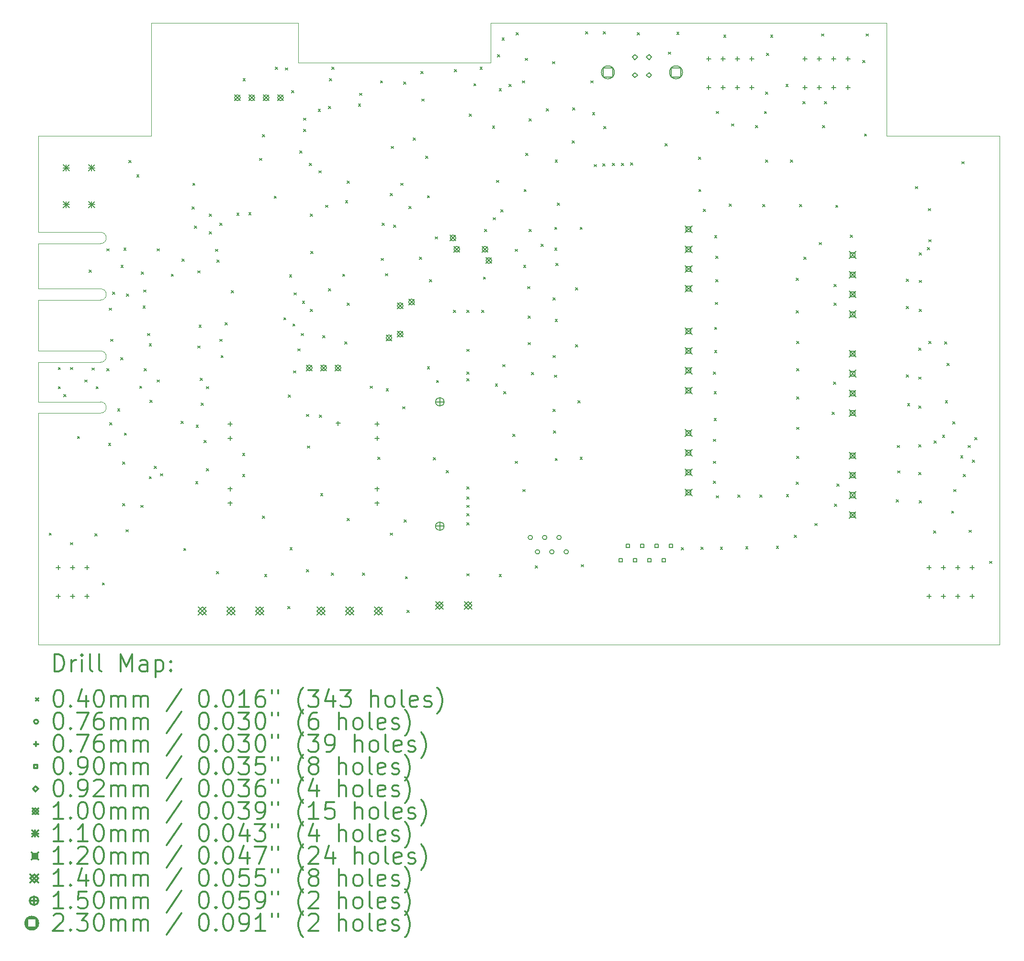
<source format=gbr>
%FSLAX45Y45*%
G04 Gerber Fmt 4.5, Leading zero omitted, Abs format (unit mm)*
G04 Created by KiCad (PCBNEW (5.1.9)-1) date 2021-04-25 02:37:30*
%MOMM*%
%LPD*%
G01*
G04 APERTURE LIST*
%TA.AperFunction,Profile*%
%ADD10C,0.050000*%
%TD*%
%ADD11C,0.200000*%
%ADD12C,0.300000*%
G04 APERTURE END LIST*
D10*
X6100000Y-9800000D02*
G75*
G02*
X6100000Y-10000000I0J-100000D01*
G01*
X6100000Y-10700000D02*
G75*
G02*
X6100000Y-10900000I0J-100000D01*
G01*
X6100000Y-10900000D02*
X5000000Y-10900000D01*
X5000000Y-10700000D02*
X6100000Y-10700000D01*
X5000000Y-10000000D02*
X5000000Y-10700000D01*
X6100000Y-10000000D02*
X5000000Y-10000000D01*
X5000000Y-9800000D02*
X6100000Y-9800000D01*
X6100000Y-7700000D02*
G75*
G02*
X6100000Y-7900000I0J-100000D01*
G01*
X6100000Y-8700000D02*
G75*
G02*
X6100000Y-8900000I0J-100000D01*
G01*
X6100000Y-8900000D02*
X5000000Y-8900000D01*
X5000000Y-8700000D02*
X6100000Y-8700000D01*
X6100000Y-7700000D02*
X5000000Y-7700000D01*
X5000000Y-7900000D02*
X6100000Y-7900000D01*
X5000000Y-8700000D02*
X5000000Y-7900000D01*
X5000000Y-9800000D02*
X5000000Y-8900000D01*
X5000000Y-7700000D02*
X5000000Y-6000000D01*
X13000000Y-4700000D02*
X13000000Y-4000000D01*
X9600000Y-4700000D02*
X13000000Y-4700000D01*
X9600000Y-4000000D02*
X9600000Y-4700000D01*
X13000000Y-4000000D02*
X20000000Y-4000000D01*
X20000000Y-6000000D02*
X22000000Y-6000000D01*
X20000000Y-4000000D02*
X20000000Y-6000000D01*
X7000000Y-4000000D02*
X9600000Y-4000000D01*
X7000000Y-6000000D02*
X7000000Y-4000000D01*
X5000000Y-6000000D02*
X7000000Y-6000000D01*
X5000000Y-15000000D02*
X5000000Y-10900000D01*
X22000000Y-15000000D02*
X22000000Y-6000000D01*
X5000000Y-15000000D02*
X22000000Y-15000000D01*
D11*
X5190000Y-13020000D02*
X5230000Y-13060000D01*
X5230000Y-13020000D02*
X5190000Y-13060000D01*
X5350000Y-10090000D02*
X5390000Y-10130000D01*
X5390000Y-10090000D02*
X5350000Y-10130000D01*
X5350000Y-10430000D02*
X5390000Y-10470000D01*
X5390000Y-10430000D02*
X5350000Y-10470000D01*
X5450000Y-10570000D02*
X5490000Y-10610000D01*
X5490000Y-10570000D02*
X5450000Y-10610000D01*
X5570000Y-10090000D02*
X5610000Y-10130000D01*
X5610000Y-10090000D02*
X5570000Y-10130000D01*
X5570000Y-13190000D02*
X5610000Y-13230000D01*
X5610000Y-13190000D02*
X5570000Y-13230000D01*
X5690000Y-11310000D02*
X5730000Y-11350000D01*
X5730000Y-11310000D02*
X5690000Y-11350000D01*
X5820000Y-10310000D02*
X5860000Y-10350000D01*
X5860000Y-10310000D02*
X5820000Y-10350000D01*
X5900000Y-8370000D02*
X5940000Y-8410000D01*
X5940000Y-8370000D02*
X5900000Y-8410000D01*
X5950000Y-10100000D02*
X5990000Y-10140000D01*
X5990000Y-10100000D02*
X5950000Y-10140000D01*
X6000000Y-13030000D02*
X6040000Y-13070000D01*
X6040000Y-13030000D02*
X6000000Y-13070000D01*
X6020000Y-10430000D02*
X6060000Y-10470000D01*
X6060000Y-10430000D02*
X6020000Y-10470000D01*
X6130000Y-13900000D02*
X6170000Y-13940000D01*
X6170000Y-13900000D02*
X6130000Y-13940000D01*
X6210000Y-7990000D02*
X6250000Y-8030000D01*
X6250000Y-7990000D02*
X6210000Y-8030000D01*
X6210000Y-10110000D02*
X6250000Y-10150000D01*
X6250000Y-10110000D02*
X6210000Y-10150000D01*
X6240000Y-11430000D02*
X6280000Y-11470000D01*
X6280000Y-11430000D02*
X6240000Y-11470000D01*
X6250000Y-9040000D02*
X6290000Y-9080000D01*
X6290000Y-9040000D02*
X6250000Y-9080000D01*
X6260000Y-11070000D02*
X6300000Y-11110000D01*
X6300000Y-11070000D02*
X6260000Y-11110000D01*
X6280000Y-9590000D02*
X6320000Y-9630000D01*
X6320000Y-9590000D02*
X6280000Y-9630000D01*
X6310000Y-8760000D02*
X6350000Y-8800000D01*
X6350000Y-8760000D02*
X6310000Y-8800000D01*
X6400000Y-10820000D02*
X6440000Y-10860000D01*
X6440000Y-10820000D02*
X6400000Y-10860000D01*
X6455000Y-9915000D02*
X6495000Y-9955000D01*
X6495000Y-9915000D02*
X6455000Y-9955000D01*
X6460000Y-8280000D02*
X6500000Y-8320000D01*
X6500000Y-8280000D02*
X6460000Y-8320000D01*
X6490000Y-11760000D02*
X6530000Y-11800000D01*
X6530000Y-11760000D02*
X6490000Y-11800000D01*
X6490000Y-12500000D02*
X6530000Y-12540000D01*
X6530000Y-12500000D02*
X6490000Y-12540000D01*
X6510000Y-7980000D02*
X6550000Y-8020000D01*
X6550000Y-7980000D02*
X6510000Y-8020000D01*
X6520000Y-11250000D02*
X6560000Y-11290000D01*
X6560000Y-11250000D02*
X6520000Y-11290000D01*
X6550000Y-12960000D02*
X6590000Y-13000000D01*
X6590000Y-12960000D02*
X6550000Y-13000000D01*
X6560000Y-8790000D02*
X6600000Y-8830000D01*
X6600000Y-8790000D02*
X6560000Y-8830000D01*
X6600000Y-6430000D02*
X6640000Y-6470000D01*
X6640000Y-6430000D02*
X6600000Y-6470000D01*
X6740000Y-6680000D02*
X6780000Y-6720000D01*
X6780000Y-6680000D02*
X6740000Y-6720000D01*
X6790000Y-10420000D02*
X6830000Y-10460000D01*
X6830000Y-10420000D02*
X6790000Y-10460000D01*
X6810000Y-12530000D02*
X6850000Y-12570000D01*
X6850000Y-12530000D02*
X6810000Y-12570000D01*
X6820000Y-8400000D02*
X6860000Y-8440000D01*
X6860000Y-8400000D02*
X6820000Y-8440000D01*
X6850000Y-9000000D02*
X6890000Y-9040000D01*
X6890000Y-9000000D02*
X6850000Y-9040000D01*
X6860000Y-8720000D02*
X6900000Y-8760000D01*
X6900000Y-8720000D02*
X6860000Y-8760000D01*
X6870000Y-10110000D02*
X6910000Y-10150000D01*
X6910000Y-10110000D02*
X6870000Y-10150000D01*
X6930000Y-9490000D02*
X6970000Y-9530000D01*
X6970000Y-9490000D02*
X6930000Y-9530000D01*
X6960000Y-9670000D02*
X7000000Y-9710000D01*
X7000000Y-9670000D02*
X6960000Y-9710000D01*
X6960000Y-12020000D02*
X7000000Y-12060000D01*
X7000000Y-12020000D02*
X6960000Y-12060000D01*
X6970000Y-10670000D02*
X7010000Y-10710000D01*
X7010000Y-10670000D02*
X6970000Y-10710000D01*
X7050000Y-11840000D02*
X7090000Y-11880000D01*
X7090000Y-11840000D02*
X7050000Y-11880000D01*
X7100000Y-7990000D02*
X7140000Y-8030000D01*
X7140000Y-7990000D02*
X7100000Y-8030000D01*
X7100000Y-10310000D02*
X7140000Y-10350000D01*
X7140000Y-10310000D02*
X7100000Y-10350000D01*
X7160000Y-11970000D02*
X7200000Y-12010000D01*
X7200000Y-11970000D02*
X7160000Y-12010000D01*
X7350000Y-8440000D02*
X7390000Y-8480000D01*
X7390000Y-8440000D02*
X7350000Y-8480000D01*
X7525000Y-11045000D02*
X7565000Y-11085000D01*
X7565000Y-11045000D02*
X7525000Y-11085000D01*
X7540000Y-8170000D02*
X7580000Y-8210000D01*
X7580000Y-8170000D02*
X7540000Y-8210000D01*
X7570000Y-13290000D02*
X7610000Y-13330000D01*
X7610000Y-13290000D02*
X7570000Y-13330000D01*
X7720000Y-7250000D02*
X7760000Y-7290000D01*
X7760000Y-7250000D02*
X7720000Y-7290000D01*
X7730000Y-6830000D02*
X7770000Y-6870000D01*
X7770000Y-6830000D02*
X7730000Y-6870000D01*
X7760000Y-7590000D02*
X7800000Y-7630000D01*
X7800000Y-7590000D02*
X7760000Y-7630000D01*
X7780000Y-12110000D02*
X7820000Y-12150000D01*
X7820000Y-12110000D02*
X7780000Y-12150000D01*
X7790000Y-11110000D02*
X7830000Y-11150000D01*
X7830000Y-11110000D02*
X7790000Y-11150000D01*
X7820000Y-8380000D02*
X7860000Y-8420000D01*
X7860000Y-8380000D02*
X7820000Y-8420000D01*
X7820000Y-9710000D02*
X7860000Y-9750000D01*
X7860000Y-9710000D02*
X7820000Y-9750000D01*
X7840000Y-9340000D02*
X7880000Y-9380000D01*
X7880000Y-9340000D02*
X7840000Y-9380000D01*
X7860000Y-10280000D02*
X7900000Y-10320000D01*
X7900000Y-10280000D02*
X7860000Y-10320000D01*
X7880000Y-10720000D02*
X7920000Y-10760000D01*
X7920000Y-10720000D02*
X7880000Y-10760000D01*
X7930000Y-11380000D02*
X7970000Y-11420000D01*
X7970000Y-11380000D02*
X7930000Y-11420000D01*
X7970000Y-10430000D02*
X8010000Y-10470000D01*
X8010000Y-10430000D02*
X7970000Y-10470000D01*
X7970000Y-11880000D02*
X8010000Y-11920000D01*
X8010000Y-11880000D02*
X7970000Y-11920000D01*
X8020000Y-7380000D02*
X8060000Y-7420000D01*
X8060000Y-7380000D02*
X8020000Y-7420000D01*
X8020000Y-7690000D02*
X8060000Y-7730000D01*
X8060000Y-7690000D02*
X8020000Y-7730000D01*
X8130000Y-8000000D02*
X8170000Y-8040000D01*
X8170000Y-8000000D02*
X8130000Y-8040000D01*
X8150000Y-13700000D02*
X8190000Y-13740000D01*
X8190000Y-13700000D02*
X8150000Y-13740000D01*
X8160000Y-8190000D02*
X8200000Y-8230000D01*
X8200000Y-8190000D02*
X8160000Y-8230000D01*
X8210000Y-7540000D02*
X8250000Y-7580000D01*
X8250000Y-7540000D02*
X8210000Y-7580000D01*
X8210000Y-9590000D02*
X8250000Y-9630000D01*
X8250000Y-9590000D02*
X8210000Y-9630000D01*
X8230000Y-9880000D02*
X8270000Y-9920000D01*
X8270000Y-9880000D02*
X8230000Y-9920000D01*
X8300000Y-9300000D02*
X8340000Y-9340000D01*
X8340000Y-9300000D02*
X8300000Y-9340000D01*
X8410000Y-8730000D02*
X8450000Y-8770000D01*
X8450000Y-8730000D02*
X8410000Y-8770000D01*
X8510000Y-7360000D02*
X8550000Y-7400000D01*
X8550000Y-7360000D02*
X8510000Y-7400000D01*
X8610000Y-11610000D02*
X8650000Y-11650000D01*
X8650000Y-11610000D02*
X8610000Y-11650000D01*
X8610000Y-11980000D02*
X8650000Y-12020000D01*
X8650000Y-11980000D02*
X8610000Y-12020000D01*
X8620000Y-4980000D02*
X8660000Y-5020000D01*
X8660000Y-4980000D02*
X8620000Y-5020000D01*
X8720000Y-7350000D02*
X8760000Y-7390000D01*
X8760000Y-7350000D02*
X8720000Y-7390000D01*
X8910000Y-6390000D02*
X8950000Y-6430000D01*
X8950000Y-6390000D02*
X8910000Y-6430000D01*
X8960000Y-5970000D02*
X9000000Y-6010000D01*
X9000000Y-5970000D02*
X8960000Y-6010000D01*
X8960000Y-12720000D02*
X9000000Y-12760000D01*
X9000000Y-12720000D02*
X8960000Y-12760000D01*
X9000000Y-13750000D02*
X9040000Y-13790000D01*
X9040000Y-13750000D02*
X9000000Y-13790000D01*
X9170000Y-7060000D02*
X9210000Y-7100000D01*
X9210000Y-7060000D02*
X9170000Y-7100000D01*
X9190000Y-4780000D02*
X9230000Y-4820000D01*
X9230000Y-4780000D02*
X9190000Y-4820000D01*
X9340000Y-9210000D02*
X9380000Y-9250000D01*
X9380000Y-9210000D02*
X9340000Y-9250000D01*
X9370000Y-4790000D02*
X9410000Y-4830000D01*
X9410000Y-4790000D02*
X9370000Y-4830000D01*
X9410000Y-14320000D02*
X9450000Y-14360000D01*
X9450000Y-14320000D02*
X9410000Y-14360000D01*
X9420000Y-10580000D02*
X9460000Y-10620000D01*
X9460000Y-10580000D02*
X9420000Y-10620000D01*
X9440000Y-8450000D02*
X9480000Y-8490000D01*
X9480000Y-8450000D02*
X9440000Y-8490000D01*
X9450000Y-13280000D02*
X9490000Y-13320000D01*
X9490000Y-13280000D02*
X9450000Y-13320000D01*
X9480000Y-5190000D02*
X9520000Y-5230000D01*
X9520000Y-5190000D02*
X9480000Y-5230000D01*
X9500000Y-9320000D02*
X9540000Y-9360000D01*
X9540000Y-9320000D02*
X9500000Y-9360000D01*
X9510000Y-10150000D02*
X9550000Y-10190000D01*
X9550000Y-10150000D02*
X9510000Y-10190000D01*
X9520000Y-8770000D02*
X9560000Y-8810000D01*
X9560000Y-8770000D02*
X9520000Y-8810000D01*
X9590000Y-9760000D02*
X9630000Y-9800000D01*
X9630000Y-9760000D02*
X9590000Y-9800000D01*
X9620000Y-6260000D02*
X9660000Y-6300000D01*
X9660000Y-6260000D02*
X9620000Y-6300000D01*
X9650000Y-9490000D02*
X9690000Y-9530000D01*
X9690000Y-9490000D02*
X9650000Y-9530000D01*
X9670000Y-8920000D02*
X9710000Y-8960000D01*
X9710000Y-8920000D02*
X9670000Y-8960000D01*
X9689999Y-5680000D02*
X9729999Y-5720000D01*
X9729999Y-5680000D02*
X9689999Y-5720000D01*
X9690000Y-5880000D02*
X9730000Y-5920000D01*
X9730000Y-5880000D02*
X9690000Y-5920000D01*
X9740000Y-10920000D02*
X9780000Y-10960000D01*
X9780000Y-10920000D02*
X9740000Y-10960000D01*
X9740000Y-13670000D02*
X9780000Y-13710000D01*
X9780000Y-13670000D02*
X9740000Y-13710000D01*
X9760000Y-11480000D02*
X9800000Y-11520000D01*
X9800000Y-11480000D02*
X9760000Y-11520000D01*
X9790000Y-6480000D02*
X9830000Y-6520000D01*
X9830000Y-6480000D02*
X9790000Y-6520000D01*
X9810000Y-7380000D02*
X9850000Y-7420000D01*
X9850000Y-7380000D02*
X9810000Y-7420000D01*
X9810000Y-9060000D02*
X9850000Y-9100000D01*
X9850000Y-9060000D02*
X9810000Y-9100000D01*
X9820000Y-8040000D02*
X9860000Y-8080000D01*
X9860000Y-8040000D02*
X9820000Y-8080000D01*
X9947782Y-5522218D02*
X9987782Y-5562218D01*
X9987782Y-5522218D02*
X9947782Y-5562218D01*
X9960000Y-6610000D02*
X10000000Y-6650000D01*
X10000000Y-6610000D02*
X9960000Y-6650000D01*
X9970000Y-10930000D02*
X10010000Y-10970000D01*
X10010000Y-10930000D02*
X9970000Y-10970000D01*
X9990000Y-12320000D02*
X10030000Y-12360000D01*
X10030000Y-12320000D02*
X9990000Y-12360000D01*
X10026000Y-9526000D02*
X10066000Y-9566000D01*
X10066000Y-9526000D02*
X10026000Y-9566000D01*
X10080000Y-7220000D02*
X10120000Y-7260000D01*
X10120000Y-7220000D02*
X10080000Y-7260000D01*
X10130000Y-5470000D02*
X10170000Y-5510000D01*
X10170000Y-5470000D02*
X10130000Y-5510000D01*
X10130000Y-8700000D02*
X10170000Y-8740000D01*
X10170000Y-8700000D02*
X10130000Y-8740000D01*
X10150000Y-4980000D02*
X10190000Y-5020000D01*
X10190000Y-4980000D02*
X10150000Y-5020000D01*
X10180000Y-13730000D02*
X10220000Y-13770000D01*
X10220000Y-13730000D02*
X10180000Y-13770000D01*
X10190000Y-4780000D02*
X10230000Y-4820000D01*
X10230000Y-4780000D02*
X10190000Y-4820000D01*
X10380000Y-8440000D02*
X10420000Y-8480000D01*
X10420000Y-8440000D02*
X10380000Y-8480000D01*
X10420000Y-9640000D02*
X10460000Y-9680000D01*
X10460000Y-9640000D02*
X10420000Y-9680000D01*
X10430000Y-7140000D02*
X10470000Y-7180000D01*
X10470000Y-7140000D02*
X10430000Y-7180000D01*
X10460000Y-6790000D02*
X10500000Y-6830000D01*
X10500000Y-6790000D02*
X10460000Y-6830000D01*
X10460000Y-8950000D02*
X10500000Y-8990000D01*
X10500000Y-8950000D02*
X10460000Y-8990000D01*
X10460000Y-12760000D02*
X10500000Y-12800000D01*
X10500000Y-12760000D02*
X10460000Y-12800000D01*
X10660000Y-5430000D02*
X10700000Y-5470000D01*
X10700000Y-5430000D02*
X10660000Y-5470000D01*
X10680000Y-5240000D02*
X10720000Y-5280000D01*
X10720000Y-5240000D02*
X10680000Y-5280000D01*
X10730000Y-13730000D02*
X10770000Y-13770000D01*
X10770000Y-13730000D02*
X10730000Y-13770000D01*
X10870000Y-10420000D02*
X10910000Y-10460000D01*
X10910000Y-10420000D02*
X10870000Y-10460000D01*
X11000000Y-11680000D02*
X11040000Y-11720000D01*
X11040000Y-11680000D02*
X11000000Y-11720000D01*
X11050000Y-5020000D02*
X11090000Y-5060000D01*
X11090000Y-5020000D02*
X11050000Y-5060000D01*
X11060000Y-8160000D02*
X11100000Y-8200000D01*
X11100000Y-8160000D02*
X11060000Y-8200000D01*
X11080000Y-7540000D02*
X11120000Y-7580000D01*
X11120000Y-7540000D02*
X11080000Y-7580000D01*
X11140000Y-8430000D02*
X11180000Y-8470000D01*
X11180000Y-8430000D02*
X11140000Y-8470000D01*
X11150000Y-10470000D02*
X11190000Y-10510000D01*
X11190000Y-10470000D02*
X11150000Y-10510000D01*
X11220000Y-7010000D02*
X11260000Y-7050000D01*
X11260000Y-7010000D02*
X11220000Y-7050000D01*
X11220000Y-13020000D02*
X11260000Y-13060000D01*
X11260000Y-13020000D02*
X11220000Y-13060000D01*
X11240000Y-6180000D02*
X11280000Y-6220000D01*
X11280000Y-6180000D02*
X11240000Y-6220000D01*
X11280000Y-7570000D02*
X11320000Y-7610000D01*
X11320000Y-7570000D02*
X11280000Y-7610000D01*
X11410000Y-6830000D02*
X11450000Y-6870000D01*
X11450000Y-6830000D02*
X11410000Y-6870000D01*
X11445000Y-10785000D02*
X11485000Y-10825000D01*
X11485000Y-10785000D02*
X11445000Y-10825000D01*
X11460000Y-5040000D02*
X11500000Y-5080000D01*
X11500000Y-5040000D02*
X11460000Y-5080000D01*
X11470000Y-12790000D02*
X11510000Y-12830000D01*
X11510000Y-12790000D02*
X11470000Y-12830000D01*
X11490000Y-13790000D02*
X11530000Y-13830000D01*
X11530000Y-13790000D02*
X11490000Y-13830000D01*
X11520000Y-14390000D02*
X11560000Y-14430000D01*
X11560000Y-14390000D02*
X11520000Y-14430000D01*
X11550000Y-7240000D02*
X11590000Y-7280000D01*
X11590000Y-7240000D02*
X11550000Y-7280000D01*
X11630000Y-6030000D02*
X11670000Y-6070000D01*
X11670000Y-6030000D02*
X11630000Y-6070000D01*
X11740000Y-8140000D02*
X11780000Y-8180000D01*
X11780000Y-8140000D02*
X11740000Y-8180000D01*
X11765500Y-4854500D02*
X11805500Y-4894500D01*
X11805500Y-4854500D02*
X11765500Y-4894500D01*
X11780000Y-5340000D02*
X11820000Y-5380000D01*
X11820000Y-5340000D02*
X11780000Y-5380000D01*
X11850000Y-6350000D02*
X11890000Y-6390000D01*
X11890000Y-6350000D02*
X11850000Y-6390000D01*
X11880000Y-7050000D02*
X11920000Y-7090000D01*
X11920000Y-7050000D02*
X11880000Y-7090000D01*
X11880000Y-10080000D02*
X11920000Y-10120000D01*
X11920000Y-10080000D02*
X11880000Y-10120000D01*
X11920000Y-8540000D02*
X11960000Y-8580000D01*
X11960000Y-8540000D02*
X11920000Y-8580000D01*
X11985000Y-11685000D02*
X12025000Y-11725000D01*
X12025000Y-11685000D02*
X11985000Y-11725000D01*
X12020000Y-7780000D02*
X12060000Y-7820000D01*
X12060000Y-7780000D02*
X12020000Y-7820000D01*
X12040000Y-10320000D02*
X12080000Y-10360000D01*
X12080000Y-10320000D02*
X12040000Y-10360000D01*
X12215000Y-11915000D02*
X12255000Y-11955000D01*
X12255000Y-11915000D02*
X12215000Y-11955000D01*
X12340000Y-9080000D02*
X12380000Y-9120000D01*
X12380000Y-9080000D02*
X12340000Y-9120000D01*
X12360000Y-4820000D02*
X12400000Y-4860000D01*
X12400000Y-4820000D02*
X12360000Y-4860000D01*
X12580000Y-9080000D02*
X12620000Y-9120000D01*
X12620000Y-9080000D02*
X12580000Y-9120000D01*
X12580000Y-9770000D02*
X12620000Y-9810000D01*
X12620000Y-9770000D02*
X12580000Y-9810000D01*
X12580000Y-10168000D02*
X12620000Y-10208000D01*
X12620000Y-10168000D02*
X12580000Y-10208000D01*
X12580000Y-10290000D02*
X12620000Y-10330000D01*
X12620000Y-10290000D02*
X12580000Y-10330000D01*
X12580000Y-12200000D02*
X12620000Y-12240000D01*
X12620000Y-12200000D02*
X12580000Y-12240000D01*
X12580000Y-12380000D02*
X12620000Y-12420000D01*
X12620000Y-12380000D02*
X12580000Y-12420000D01*
X12580000Y-12530000D02*
X12620000Y-12570000D01*
X12620000Y-12530000D02*
X12580000Y-12570000D01*
X12580000Y-12680000D02*
X12620000Y-12720000D01*
X12620000Y-12680000D02*
X12580000Y-12720000D01*
X12580000Y-12840000D02*
X12620000Y-12880000D01*
X12620000Y-12840000D02*
X12580000Y-12880000D01*
X12580000Y-13740000D02*
X12620000Y-13780000D01*
X12620000Y-13740000D02*
X12580000Y-13780000D01*
X12620000Y-5610000D02*
X12660000Y-5650000D01*
X12660000Y-5610000D02*
X12620000Y-5650000D01*
X12700000Y-5070000D02*
X12740000Y-5110000D01*
X12740000Y-5070000D02*
X12700000Y-5110000D01*
X12810000Y-4780000D02*
X12850000Y-4820000D01*
X12850000Y-4780000D02*
X12810000Y-4820000D01*
X12840000Y-9080000D02*
X12880000Y-9120000D01*
X12880000Y-9080000D02*
X12840000Y-9120000D01*
X12870000Y-8490000D02*
X12910000Y-8530000D01*
X12910000Y-8490000D02*
X12870000Y-8530000D01*
X12890000Y-7650000D02*
X12930000Y-7690000D01*
X12930000Y-7650000D02*
X12890000Y-7690000D01*
X13030000Y-5820000D02*
X13070000Y-5860000D01*
X13070000Y-5820000D02*
X13030000Y-5860000D01*
X13040000Y-7440000D02*
X13080000Y-7480000D01*
X13080000Y-7440000D02*
X13040000Y-7480000D01*
X13080000Y-10380000D02*
X13120000Y-10420000D01*
X13120000Y-10380000D02*
X13080000Y-10420000D01*
X13100000Y-6780000D02*
X13140000Y-6820000D01*
X13140000Y-6780000D02*
X13100000Y-6820000D01*
X13120000Y-4560000D02*
X13160000Y-4600000D01*
X13160000Y-4560000D02*
X13120000Y-4600000D01*
X13150000Y-5160000D02*
X13190000Y-5200000D01*
X13190000Y-5160000D02*
X13150000Y-5200000D01*
X13150000Y-13750000D02*
X13190000Y-13790000D01*
X13190000Y-13750000D02*
X13150000Y-13790000D01*
X13180000Y-7300000D02*
X13220000Y-7340000D01*
X13220000Y-7300000D02*
X13180000Y-7340000D01*
X13200000Y-4260000D02*
X13240000Y-4300000D01*
X13240000Y-4260000D02*
X13200000Y-4300000D01*
X13210000Y-10040000D02*
X13250000Y-10080000D01*
X13250000Y-10040000D02*
X13210000Y-10080000D01*
X13230000Y-10520000D02*
X13270000Y-10560000D01*
X13270000Y-10520000D02*
X13230000Y-10560000D01*
X13320000Y-5080000D02*
X13360000Y-5120000D01*
X13360000Y-5080000D02*
X13320000Y-5120000D01*
X13390000Y-11270000D02*
X13430000Y-11310000D01*
X13430000Y-11270000D02*
X13390000Y-11310000D01*
X13430000Y-8000000D02*
X13470000Y-8040000D01*
X13470000Y-8000000D02*
X13430000Y-8040000D01*
X13430000Y-11750000D02*
X13470000Y-11790000D01*
X13470000Y-11750000D02*
X13430000Y-11790000D01*
X13450000Y-4170000D02*
X13490000Y-4210000D01*
X13490000Y-4170000D02*
X13450000Y-4210000D01*
X13560000Y-5020000D02*
X13600000Y-5060000D01*
X13600000Y-5020000D02*
X13560000Y-5060000D01*
X13570000Y-12250000D02*
X13610000Y-12290000D01*
X13610000Y-12250000D02*
X13570000Y-12290000D01*
X13580000Y-8280000D02*
X13620000Y-8320000D01*
X13620000Y-8280000D02*
X13580000Y-8320000D01*
X13590000Y-6940000D02*
X13630000Y-6980000D01*
X13630000Y-6940000D02*
X13590000Y-6980000D01*
X13610000Y-4620000D02*
X13650000Y-4660000D01*
X13650000Y-4620000D02*
X13610000Y-4660000D01*
X13620000Y-6300000D02*
X13660000Y-6340000D01*
X13660000Y-6300000D02*
X13620000Y-6340000D01*
X13650000Y-8660000D02*
X13690000Y-8700000D01*
X13690000Y-8660000D02*
X13650000Y-8700000D01*
X13660000Y-9180000D02*
X13700000Y-9220000D01*
X13700000Y-9180000D02*
X13660000Y-9220000D01*
X13660000Y-9650000D02*
X13700000Y-9690000D01*
X13700000Y-9650000D02*
X13660000Y-9690000D01*
X13680000Y-5690000D02*
X13720000Y-5730000D01*
X13720000Y-5690000D02*
X13680000Y-5730000D01*
X13680000Y-7650000D02*
X13720000Y-7690000D01*
X13720000Y-7650000D02*
X13680000Y-7690000D01*
X13720000Y-10180000D02*
X13760000Y-10220000D01*
X13760000Y-10180000D02*
X13720000Y-10220000D01*
X13790000Y-13600000D02*
X13830000Y-13640000D01*
X13830000Y-13600000D02*
X13790000Y-13640000D01*
X13890000Y-7910000D02*
X13930000Y-7950000D01*
X13930000Y-7910000D02*
X13890000Y-7950000D01*
X13980000Y-5514998D02*
X14020000Y-5554998D01*
X14020000Y-5514998D02*
X13980000Y-5554998D01*
X14090000Y-4680000D02*
X14130000Y-4720000D01*
X14130000Y-4680000D02*
X14090000Y-4720000D01*
X14100000Y-8860000D02*
X14140000Y-8900000D01*
X14140000Y-8860000D02*
X14100000Y-8900000D01*
X14100000Y-9880000D02*
X14140000Y-9920000D01*
X14140000Y-9880000D02*
X14100000Y-9920000D01*
X14100000Y-10830000D02*
X14140000Y-10870000D01*
X14140000Y-10830000D02*
X14100000Y-10870000D01*
X14110000Y-11210000D02*
X14150000Y-11250000D01*
X14150000Y-11210000D02*
X14110000Y-11250000D01*
X14125000Y-10225000D02*
X14165000Y-10265000D01*
X14165000Y-10225000D02*
X14125000Y-10265000D01*
X14130000Y-7610000D02*
X14170000Y-7650000D01*
X14170000Y-7610000D02*
X14130000Y-7650000D01*
X14130000Y-7980000D02*
X14170000Y-8020000D01*
X14170000Y-7980000D02*
X14130000Y-8020000D01*
X14140000Y-6420000D02*
X14180000Y-6460000D01*
X14180000Y-6420000D02*
X14140000Y-6460000D01*
X14140000Y-9240000D02*
X14180000Y-9280000D01*
X14180000Y-9240000D02*
X14140000Y-9280000D01*
X14140000Y-11700000D02*
X14180000Y-11740000D01*
X14180000Y-11700000D02*
X14140000Y-11740000D01*
X14150000Y-8250000D02*
X14190000Y-8290000D01*
X14190000Y-8250000D02*
X14150000Y-8290000D01*
X14180000Y-7180000D02*
X14220000Y-7220000D01*
X14220000Y-7180000D02*
X14180000Y-7220000D01*
X14440000Y-6080000D02*
X14480000Y-6120000D01*
X14480000Y-6080000D02*
X14440000Y-6120000D01*
X14450000Y-5500000D02*
X14490000Y-5540000D01*
X14490000Y-5500000D02*
X14450000Y-5540000D01*
X14500000Y-8680000D02*
X14540000Y-8720000D01*
X14540000Y-8680000D02*
X14500000Y-8720000D01*
X14500000Y-9690000D02*
X14540000Y-9730000D01*
X14540000Y-9690000D02*
X14500000Y-9730000D01*
X14540000Y-10680000D02*
X14580000Y-10720000D01*
X14580000Y-10680000D02*
X14540000Y-10720000D01*
X14580000Y-7610000D02*
X14620000Y-7650000D01*
X14620000Y-7610000D02*
X14580000Y-7650000D01*
X14580000Y-11680000D02*
X14620000Y-11720000D01*
X14620000Y-11680000D02*
X14580000Y-11720000D01*
X14600000Y-13580000D02*
X14640000Y-13620000D01*
X14640000Y-13580000D02*
X14600000Y-13620000D01*
X14680000Y-4150000D02*
X14720000Y-4190000D01*
X14720000Y-4150000D02*
X14680000Y-4190000D01*
X14770000Y-5020000D02*
X14810000Y-5060000D01*
X14810000Y-5020000D02*
X14770000Y-5060000D01*
X14800000Y-5580000D02*
X14840000Y-5620000D01*
X14840000Y-5580000D02*
X14800000Y-5620000D01*
X14830000Y-6500000D02*
X14870000Y-6540000D01*
X14870000Y-6500000D02*
X14830000Y-6540000D01*
X14980000Y-6490000D02*
X15020000Y-6530000D01*
X15020000Y-6490000D02*
X14980000Y-6530000D01*
X14990000Y-4150000D02*
X15030000Y-4190000D01*
X15030000Y-4150000D02*
X14990000Y-4190000D01*
X15000000Y-5830000D02*
X15040000Y-5870000D01*
X15040000Y-5830000D02*
X15000000Y-5870000D01*
X15150000Y-6480000D02*
X15190000Y-6520000D01*
X15190000Y-6480000D02*
X15150000Y-6520000D01*
X15310000Y-6480000D02*
X15350000Y-6520000D01*
X15350000Y-6480000D02*
X15310000Y-6520000D01*
X15470000Y-6470000D02*
X15510000Y-6510000D01*
X15510000Y-6470000D02*
X15470000Y-6510000D01*
X15590000Y-4170000D02*
X15630000Y-4210000D01*
X15630000Y-4170000D02*
X15590000Y-4210000D01*
X16080000Y-6130000D02*
X16120000Y-6170000D01*
X16120000Y-6130000D02*
X16080000Y-6170000D01*
X16140000Y-4510000D02*
X16180000Y-4550000D01*
X16180000Y-4510000D02*
X16140000Y-4550000D01*
X16290000Y-4160000D02*
X16330000Y-4200000D01*
X16330000Y-4160000D02*
X16290000Y-4200000D01*
X16370000Y-13280000D02*
X16410000Y-13320000D01*
X16410000Y-13280000D02*
X16370000Y-13320000D01*
X16677500Y-6372500D02*
X16717500Y-6412500D01*
X16717500Y-6372500D02*
X16677500Y-6412500D01*
X16680000Y-6940000D02*
X16720000Y-6980000D01*
X16720000Y-6940000D02*
X16680000Y-6980000D01*
X16720000Y-13270000D02*
X16760000Y-13310000D01*
X16760000Y-13270000D02*
X16720000Y-13310000D01*
X16760000Y-7290000D02*
X16800000Y-7330000D01*
X16800000Y-7290000D02*
X16760000Y-7330000D01*
X16940000Y-10170000D02*
X16980000Y-10210000D01*
X16980000Y-10170000D02*
X16940000Y-10210000D01*
X16940000Y-11360000D02*
X16980000Y-11400000D01*
X16980000Y-11360000D02*
X16940000Y-11400000D01*
X16940000Y-11750000D02*
X16980000Y-11790000D01*
X16980000Y-11750000D02*
X16940000Y-11790000D01*
X16940000Y-12100000D02*
X16980000Y-12140000D01*
X16980000Y-12100000D02*
X16940000Y-12140000D01*
X16950000Y-10520000D02*
X16990000Y-10560000D01*
X16990000Y-10520000D02*
X16950000Y-10560000D01*
X16950000Y-10990000D02*
X16990000Y-11030000D01*
X16990000Y-10990000D02*
X16950000Y-11030000D01*
X16960000Y-7760000D02*
X17000000Y-7800000D01*
X17000000Y-7760000D02*
X16960000Y-7800000D01*
X16960000Y-9380000D02*
X17000000Y-9420000D01*
X17000000Y-9380000D02*
X16960000Y-9420000D01*
X16960000Y-9790000D02*
X17000000Y-9830000D01*
X17000000Y-9790000D02*
X16960000Y-9830000D01*
X16970000Y-8940000D02*
X17010000Y-8980000D01*
X17010000Y-8940000D02*
X16970000Y-8980000D01*
X16980000Y-8120000D02*
X17020000Y-8160000D01*
X17020000Y-8120000D02*
X16980000Y-8160000D01*
X16980000Y-8540000D02*
X17020000Y-8580000D01*
X17020000Y-8540000D02*
X16980000Y-8580000D01*
X16990000Y-5560000D02*
X17030000Y-5600000D01*
X17030000Y-5560000D02*
X16990000Y-5600000D01*
X16990000Y-12360000D02*
X17030000Y-12400000D01*
X17030000Y-12360000D02*
X16990000Y-12400000D01*
X17060000Y-13270000D02*
X17100000Y-13310000D01*
X17100000Y-13270000D02*
X17060000Y-13310000D01*
X17120000Y-4210000D02*
X17160000Y-4250000D01*
X17160000Y-4210000D02*
X17120000Y-4250000D01*
X17220000Y-7200000D02*
X17260000Y-7240000D01*
X17260000Y-7200000D02*
X17220000Y-7240000D01*
X17260000Y-5780000D02*
X17300000Y-5820000D01*
X17300000Y-5780000D02*
X17260000Y-5820000D01*
X17370000Y-12350000D02*
X17410000Y-12390000D01*
X17410000Y-12350000D02*
X17370000Y-12390000D01*
X17510000Y-13260000D02*
X17550000Y-13300000D01*
X17550000Y-13260000D02*
X17510000Y-13300000D01*
X17680000Y-5810000D02*
X17720000Y-5850000D01*
X17720000Y-5810000D02*
X17680000Y-5850000D01*
X17760000Y-12350000D02*
X17800000Y-12390000D01*
X17800000Y-12350000D02*
X17760000Y-12390000D01*
X17810000Y-7210000D02*
X17850000Y-7250000D01*
X17850000Y-7210000D02*
X17810000Y-7250000D01*
X17840000Y-5560000D02*
X17880000Y-5600000D01*
X17880000Y-5560000D02*
X17840000Y-5600000D01*
X17860000Y-5220000D02*
X17900000Y-5260000D01*
X17900000Y-5220000D02*
X17860000Y-5260000D01*
X17860000Y-6420000D02*
X17900000Y-6460000D01*
X17900000Y-6420000D02*
X17860000Y-6460000D01*
X17880000Y-4530000D02*
X17920000Y-4570000D01*
X17920000Y-4530000D02*
X17880000Y-4570000D01*
X17950000Y-4210000D02*
X17990000Y-4250000D01*
X17990000Y-4210000D02*
X17950000Y-4250000D01*
X18050000Y-13250000D02*
X18090000Y-13290000D01*
X18090000Y-13250000D02*
X18050000Y-13290000D01*
X18220000Y-5080000D02*
X18260000Y-5120000D01*
X18260000Y-5080000D02*
X18220000Y-5120000D01*
X18230000Y-12340000D02*
X18270000Y-12380000D01*
X18270000Y-12340000D02*
X18230000Y-12380000D01*
X18300000Y-6420000D02*
X18340000Y-6460000D01*
X18340000Y-6420000D02*
X18300000Y-6460000D01*
X18370000Y-13060000D02*
X18410000Y-13100000D01*
X18410000Y-13060000D02*
X18370000Y-13100000D01*
X18400000Y-8510000D02*
X18440000Y-8550000D01*
X18440000Y-8510000D02*
X18400000Y-8550000D01*
X18400000Y-9090000D02*
X18440000Y-9130000D01*
X18440000Y-9090000D02*
X18400000Y-9130000D01*
X18400000Y-12120000D02*
X18440000Y-12160000D01*
X18440000Y-12120000D02*
X18400000Y-12160000D01*
X18410000Y-9630000D02*
X18450000Y-9670000D01*
X18450000Y-9630000D02*
X18410000Y-9670000D01*
X18410000Y-10110000D02*
X18450000Y-10150000D01*
X18450000Y-10110000D02*
X18410000Y-10150000D01*
X18410000Y-10610000D02*
X18450000Y-10650000D01*
X18450000Y-10610000D02*
X18410000Y-10650000D01*
X18410000Y-11150000D02*
X18450000Y-11190000D01*
X18450000Y-11150000D02*
X18410000Y-11190000D01*
X18410000Y-11660000D02*
X18450000Y-11700000D01*
X18450000Y-11660000D02*
X18410000Y-11700000D01*
X18460000Y-7210000D02*
X18500000Y-7250000D01*
X18500000Y-7210000D02*
X18460000Y-7250000D01*
X18520000Y-5390000D02*
X18560000Y-5430000D01*
X18560000Y-5390000D02*
X18520000Y-5430000D01*
X18540000Y-8140000D02*
X18580000Y-8180000D01*
X18580000Y-8140000D02*
X18540000Y-8180000D01*
X18730000Y-12850000D02*
X18770000Y-12890000D01*
X18770000Y-12850000D02*
X18730000Y-12890000D01*
X18810000Y-7880000D02*
X18850000Y-7920000D01*
X18850000Y-7880000D02*
X18810000Y-7920000D01*
X18850000Y-4190000D02*
X18890000Y-4230000D01*
X18890000Y-4190000D02*
X18850000Y-4230000D01*
X18870000Y-5810000D02*
X18910000Y-5850000D01*
X18910000Y-5810000D02*
X18870000Y-5850000D01*
X18900000Y-5390000D02*
X18940000Y-5430000D01*
X18940000Y-5390000D02*
X18900000Y-5430000D01*
X19040000Y-10880000D02*
X19080000Y-10920000D01*
X19080000Y-10880000D02*
X19040000Y-10920000D01*
X19060000Y-10350000D02*
X19100000Y-10390000D01*
X19100000Y-10350000D02*
X19060000Y-10390000D01*
X19070000Y-8620000D02*
X19110000Y-8660000D01*
X19110000Y-8620000D02*
X19070000Y-8660000D01*
X19070000Y-8950000D02*
X19110000Y-8990000D01*
X19110000Y-8950000D02*
X19070000Y-8990000D01*
X19080000Y-12510000D02*
X19120000Y-12550000D01*
X19120000Y-12510000D02*
X19080000Y-12550000D01*
X19100000Y-7220000D02*
X19140000Y-7260000D01*
X19140000Y-7220000D02*
X19100000Y-7260000D01*
X19120000Y-12150000D02*
X19160000Y-12190000D01*
X19160000Y-12150000D02*
X19120000Y-12190000D01*
X19360000Y-7750000D02*
X19400000Y-7790000D01*
X19400000Y-7750000D02*
X19360000Y-7790000D01*
X19580000Y-4660000D02*
X19620000Y-4700000D01*
X19620000Y-4660000D02*
X19580000Y-4700000D01*
X19610000Y-5960000D02*
X19650000Y-6000000D01*
X19650000Y-5960000D02*
X19610000Y-6000000D01*
X19640000Y-4190000D02*
X19680000Y-4230000D01*
X19680000Y-4190000D02*
X19640000Y-4230000D01*
X20170000Y-12430000D02*
X20210000Y-12470000D01*
X20210000Y-12430000D02*
X20170000Y-12470000D01*
X20190000Y-11470000D02*
X20230000Y-11510000D01*
X20230000Y-11470000D02*
X20190000Y-11510000D01*
X20200000Y-11920000D02*
X20240000Y-11960000D01*
X20240000Y-11920000D02*
X20200000Y-11960000D01*
X20350000Y-8530000D02*
X20390000Y-8570000D01*
X20390000Y-8530000D02*
X20350000Y-8570000D01*
X20350000Y-9010000D02*
X20390000Y-9050000D01*
X20390000Y-9010000D02*
X20350000Y-9050000D01*
X20350000Y-10220000D02*
X20390000Y-10260000D01*
X20390000Y-10220000D02*
X20350000Y-10260000D01*
X20370000Y-10730000D02*
X20410000Y-10770000D01*
X20410000Y-10730000D02*
X20370000Y-10770000D01*
X20510000Y-6890000D02*
X20550000Y-6930000D01*
X20550000Y-6890000D02*
X20510000Y-6930000D01*
X20570000Y-9750000D02*
X20610000Y-9790000D01*
X20610000Y-9750000D02*
X20570000Y-9790000D01*
X20570000Y-10260000D02*
X20610000Y-10300000D01*
X20610000Y-10260000D02*
X20570000Y-10300000D01*
X20570000Y-10770000D02*
X20610000Y-10810000D01*
X20610000Y-10770000D02*
X20570000Y-10810000D01*
X20570000Y-11460000D02*
X20610000Y-11500000D01*
X20610000Y-11460000D02*
X20570000Y-11500000D01*
X20570000Y-11950000D02*
X20610000Y-11990000D01*
X20610000Y-11950000D02*
X20570000Y-11990000D01*
X20580000Y-8060000D02*
X20620000Y-8100000D01*
X20620000Y-8060000D02*
X20580000Y-8100000D01*
X20580000Y-8550000D02*
X20620000Y-8590000D01*
X20620000Y-8550000D02*
X20580000Y-8590000D01*
X20580000Y-9060000D02*
X20620000Y-9100000D01*
X20620000Y-9060000D02*
X20580000Y-9100000D01*
X20580000Y-12450000D02*
X20620000Y-12490000D01*
X20620000Y-12450000D02*
X20580000Y-12490000D01*
X20720000Y-7970000D02*
X20760000Y-8010000D01*
X20760000Y-7970000D02*
X20720000Y-8010000D01*
X20740000Y-7280000D02*
X20780000Y-7320000D01*
X20780000Y-7280000D02*
X20740000Y-7320000D01*
X20750000Y-7830000D02*
X20790000Y-7870000D01*
X20790000Y-7830000D02*
X20750000Y-7870000D01*
X20750000Y-9630000D02*
X20790000Y-9670000D01*
X20790000Y-9630000D02*
X20750000Y-9670000D01*
X20830000Y-12980000D02*
X20870000Y-13020000D01*
X20870000Y-12980000D02*
X20830000Y-13020000D01*
X20840000Y-11390000D02*
X20880000Y-11430000D01*
X20880000Y-11390000D02*
X20840000Y-11430000D01*
X20990000Y-11290000D02*
X21030000Y-11330000D01*
X21030000Y-11290000D02*
X20990000Y-11330000D01*
X21030000Y-9640000D02*
X21070000Y-9680000D01*
X21070000Y-9640000D02*
X21030000Y-9680000D01*
X21040000Y-10680000D02*
X21080000Y-10720000D01*
X21080000Y-10680000D02*
X21040000Y-10720000D01*
X21070000Y-10020000D02*
X21110000Y-10060000D01*
X21110000Y-10020000D02*
X21070000Y-10060000D01*
X21150000Y-12630000D02*
X21190000Y-12670000D01*
X21190000Y-12630000D02*
X21150000Y-12670000D01*
X21170000Y-11050000D02*
X21210000Y-11090000D01*
X21210000Y-11050000D02*
X21170000Y-11090000D01*
X21190000Y-12250000D02*
X21230000Y-12290000D01*
X21230000Y-12250000D02*
X21190000Y-12290000D01*
X21310000Y-11650000D02*
X21350000Y-11690000D01*
X21350000Y-11650000D02*
X21310000Y-11690000D01*
X21330000Y-6450000D02*
X21370000Y-6490000D01*
X21370000Y-6450000D02*
X21330000Y-6490000D01*
X21360000Y-11980000D02*
X21400000Y-12020000D01*
X21400000Y-11980000D02*
X21360000Y-12020000D01*
X21440000Y-11470000D02*
X21480000Y-11510000D01*
X21480000Y-11470000D02*
X21440000Y-11510000D01*
X21460000Y-12970000D02*
X21500000Y-13010000D01*
X21500000Y-12970000D02*
X21460000Y-13010000D01*
X21520000Y-11730000D02*
X21560000Y-11770000D01*
X21560000Y-11730000D02*
X21520000Y-11770000D01*
X21560000Y-11330000D02*
X21600000Y-11370000D01*
X21600000Y-11330000D02*
X21560000Y-11370000D01*
X21820000Y-13520000D02*
X21860000Y-13560000D01*
X21860000Y-13520000D02*
X21820000Y-13560000D01*
X13738000Y-13100000D02*
G75*
G03*
X13738000Y-13100000I-38000J0D01*
G01*
X13865000Y-13354000D02*
G75*
G03*
X13865000Y-13354000I-38000J0D01*
G01*
X13992000Y-13100000D02*
G75*
G03*
X13992000Y-13100000I-38000J0D01*
G01*
X14119000Y-13354000D02*
G75*
G03*
X14119000Y-13354000I-38000J0D01*
G01*
X14246000Y-13100000D02*
G75*
G03*
X14246000Y-13100000I-38000J0D01*
G01*
X14373000Y-13354000D02*
G75*
G03*
X14373000Y-13354000I-38000J0D01*
G01*
X5354000Y-13591900D02*
X5354000Y-13668100D01*
X5315900Y-13630000D02*
X5392100Y-13630000D01*
X5354000Y-14099900D02*
X5354000Y-14176100D01*
X5315900Y-14138000D02*
X5392100Y-14138000D01*
X5608000Y-13591900D02*
X5608000Y-13668100D01*
X5569900Y-13630000D02*
X5646100Y-13630000D01*
X5608000Y-14099900D02*
X5608000Y-14176100D01*
X5569900Y-14138000D02*
X5646100Y-14138000D01*
X5862000Y-13591900D02*
X5862000Y-13668100D01*
X5823900Y-13630000D02*
X5900100Y-13630000D01*
X5862000Y-14099900D02*
X5862000Y-14176100D01*
X5823900Y-14138000D02*
X5900100Y-14138000D01*
X8390000Y-11051900D02*
X8390000Y-11128100D01*
X8351900Y-11090000D02*
X8428100Y-11090000D01*
X8390000Y-11305900D02*
X8390000Y-11382100D01*
X8351900Y-11344000D02*
X8428100Y-11344000D01*
X8390000Y-12197900D02*
X8390000Y-12274100D01*
X8351900Y-12236000D02*
X8428100Y-12236000D01*
X8390000Y-12451900D02*
X8390000Y-12528100D01*
X8351900Y-12490000D02*
X8428100Y-12490000D01*
X10300000Y-11041900D02*
X10300000Y-11118100D01*
X10261900Y-11080000D02*
X10338100Y-11080000D01*
X10990000Y-11051900D02*
X10990000Y-11128100D01*
X10951900Y-11090000D02*
X11028100Y-11090000D01*
X10990000Y-11305900D02*
X10990000Y-11382100D01*
X10951900Y-11344000D02*
X11028100Y-11344000D01*
X10990000Y-12197900D02*
X10990000Y-12274100D01*
X10951900Y-12236000D02*
X11028100Y-12236000D01*
X10990000Y-12451900D02*
X10990000Y-12528100D01*
X10951900Y-12490000D02*
X11028100Y-12490000D01*
X16854000Y-4591900D02*
X16854000Y-4668100D01*
X16815900Y-4630000D02*
X16892100Y-4630000D01*
X16854000Y-5099900D02*
X16854000Y-5176100D01*
X16815900Y-5138000D02*
X16892100Y-5138000D01*
X17108000Y-4591900D02*
X17108000Y-4668100D01*
X17069900Y-4630000D02*
X17146100Y-4630000D01*
X17108000Y-5099900D02*
X17108000Y-5176100D01*
X17069900Y-5138000D02*
X17146100Y-5138000D01*
X17362000Y-4591900D02*
X17362000Y-4668100D01*
X17323900Y-4630000D02*
X17400100Y-4630000D01*
X17362000Y-5099900D02*
X17362000Y-5176100D01*
X17323900Y-5138000D02*
X17400100Y-5138000D01*
X17616000Y-4591900D02*
X17616000Y-4668100D01*
X17577900Y-4630000D02*
X17654100Y-4630000D01*
X17616000Y-5099900D02*
X17616000Y-5176100D01*
X17577900Y-5138000D02*
X17654100Y-5138000D01*
X18554000Y-4591900D02*
X18554000Y-4668100D01*
X18515900Y-4630000D02*
X18592100Y-4630000D01*
X18554000Y-5099900D02*
X18554000Y-5176100D01*
X18515900Y-5138000D02*
X18592100Y-5138000D01*
X18808000Y-4591900D02*
X18808000Y-4668100D01*
X18769900Y-4630000D02*
X18846100Y-4630000D01*
X18808000Y-5099900D02*
X18808000Y-5176100D01*
X18769900Y-5138000D02*
X18846100Y-5138000D01*
X19062000Y-4591900D02*
X19062000Y-4668100D01*
X19023900Y-4630000D02*
X19100100Y-4630000D01*
X19062000Y-5099900D02*
X19062000Y-5176100D01*
X19023900Y-5138000D02*
X19100100Y-5138000D01*
X19316000Y-4591900D02*
X19316000Y-4668100D01*
X19277900Y-4630000D02*
X19354100Y-4630000D01*
X19316000Y-5099900D02*
X19316000Y-5176100D01*
X19277900Y-5138000D02*
X19354100Y-5138000D01*
X20754000Y-13591900D02*
X20754000Y-13668100D01*
X20715900Y-13630000D02*
X20792100Y-13630000D01*
X20754000Y-14099900D02*
X20754000Y-14176100D01*
X20715900Y-14138000D02*
X20792100Y-14138000D01*
X21008000Y-13591900D02*
X21008000Y-13668100D01*
X20969900Y-13630000D02*
X21046100Y-13630000D01*
X21008000Y-14099900D02*
X21008000Y-14176100D01*
X20969900Y-14138000D02*
X21046100Y-14138000D01*
X21262000Y-13591900D02*
X21262000Y-13668100D01*
X21223900Y-13630000D02*
X21300100Y-13630000D01*
X21262000Y-14099900D02*
X21262000Y-14176100D01*
X21223900Y-14138000D02*
X21300100Y-14138000D01*
X21516000Y-13591900D02*
X21516000Y-13668100D01*
X21477900Y-13630000D02*
X21554100Y-13630000D01*
X21516000Y-14099900D02*
X21516000Y-14176100D01*
X21477900Y-14138000D02*
X21554100Y-14138000D01*
X15331820Y-13531820D02*
X15331820Y-13468180D01*
X15268180Y-13468180D01*
X15268180Y-13531820D01*
X15331820Y-13531820D01*
X15458820Y-13277820D02*
X15458820Y-13214180D01*
X15395180Y-13214180D01*
X15395180Y-13277820D01*
X15458820Y-13277820D01*
X15585820Y-13531820D02*
X15585820Y-13468180D01*
X15522180Y-13468180D01*
X15522180Y-13531820D01*
X15585820Y-13531820D01*
X15712820Y-13277820D02*
X15712820Y-13214180D01*
X15649180Y-13214180D01*
X15649180Y-13277820D01*
X15712820Y-13277820D01*
X15839820Y-13531820D02*
X15839820Y-13468180D01*
X15776180Y-13468180D01*
X15776180Y-13531820D01*
X15839820Y-13531820D01*
X15966820Y-13277820D02*
X15966820Y-13214180D01*
X15903180Y-13214180D01*
X15903180Y-13277820D01*
X15966820Y-13277820D01*
X16093820Y-13531820D02*
X16093820Y-13468180D01*
X16030180Y-13468180D01*
X16030180Y-13531820D01*
X16093820Y-13531820D01*
X16220820Y-13277820D02*
X16220820Y-13214180D01*
X16157180Y-13214180D01*
X16157180Y-13277820D01*
X16220820Y-13277820D01*
X15550000Y-4646000D02*
X15596000Y-4600000D01*
X15550000Y-4554000D01*
X15504000Y-4600000D01*
X15550000Y-4646000D01*
X15550000Y-4966000D02*
X15596000Y-4920000D01*
X15550000Y-4874000D01*
X15504000Y-4920000D01*
X15550000Y-4966000D01*
X15800000Y-4646000D02*
X15846000Y-4600000D01*
X15800000Y-4554000D01*
X15754000Y-4600000D01*
X15800000Y-4646000D01*
X15800000Y-4966000D02*
X15846000Y-4920000D01*
X15800000Y-4874000D01*
X15754000Y-4920000D01*
X15800000Y-4966000D01*
X8470000Y-5270000D02*
X8570000Y-5370000D01*
X8570000Y-5270000D02*
X8470000Y-5370000D01*
X8570000Y-5320000D02*
G75*
G03*
X8570000Y-5320000I-50000J0D01*
G01*
X8724000Y-5270000D02*
X8824000Y-5370000D01*
X8824000Y-5270000D02*
X8724000Y-5370000D01*
X8824000Y-5320000D02*
G75*
G03*
X8824000Y-5320000I-50000J0D01*
G01*
X8978000Y-5270000D02*
X9078000Y-5370000D01*
X9078000Y-5270000D02*
X8978000Y-5370000D01*
X9078000Y-5320000D02*
G75*
G03*
X9078000Y-5320000I-50000J0D01*
G01*
X9232000Y-5270000D02*
X9332000Y-5370000D01*
X9332000Y-5270000D02*
X9232000Y-5370000D01*
X9332000Y-5320000D02*
G75*
G03*
X9332000Y-5320000I-50000J0D01*
G01*
X9742000Y-10050000D02*
X9842000Y-10150000D01*
X9842000Y-10050000D02*
X9742000Y-10150000D01*
X9842000Y-10100000D02*
G75*
G03*
X9842000Y-10100000I-50000J0D01*
G01*
X9996000Y-10050000D02*
X10096000Y-10150000D01*
X10096000Y-10050000D02*
X9996000Y-10150000D01*
X10096000Y-10100000D02*
G75*
G03*
X10096000Y-10100000I-50000J0D01*
G01*
X10250000Y-10050000D02*
X10350000Y-10150000D01*
X10350000Y-10050000D02*
X10250000Y-10150000D01*
X10350000Y-10100000D02*
G75*
G03*
X10350000Y-10100000I-50000J0D01*
G01*
X11150000Y-9517214D02*
X11250000Y-9617214D01*
X11250000Y-9517214D02*
X11150000Y-9617214D01*
X11250000Y-9567214D02*
G75*
G03*
X11250000Y-9567214I-50000J0D01*
G01*
X11350000Y-8950000D02*
X11450000Y-9050000D01*
X11450000Y-8950000D02*
X11350000Y-9050000D01*
X11450000Y-9000000D02*
G75*
G03*
X11450000Y-9000000I-50000J0D01*
G01*
X11350000Y-9450000D02*
X11450000Y-9550000D01*
X11450000Y-9450000D02*
X11350000Y-9550000D01*
X11450000Y-9500000D02*
G75*
G03*
X11450000Y-9500000I-50000J0D01*
G01*
X11550000Y-8882786D02*
X11650000Y-8982786D01*
X11650000Y-8882786D02*
X11550000Y-8982786D01*
X11650000Y-8932786D02*
G75*
G03*
X11650000Y-8932786I-50000J0D01*
G01*
X12282786Y-7750000D02*
X12382786Y-7850000D01*
X12382786Y-7750000D02*
X12282786Y-7850000D01*
X12382786Y-7800000D02*
G75*
G03*
X12382786Y-7800000I-50000J0D01*
G01*
X12350000Y-7950000D02*
X12450000Y-8050000D01*
X12450000Y-7950000D02*
X12350000Y-8050000D01*
X12450000Y-8000000D02*
G75*
G03*
X12450000Y-8000000I-50000J0D01*
G01*
X12850000Y-7950000D02*
X12950000Y-8050000D01*
X12950000Y-7950000D02*
X12850000Y-8050000D01*
X12950000Y-8000000D02*
G75*
G03*
X12950000Y-8000000I-50000J0D01*
G01*
X12917214Y-8150000D02*
X13017214Y-8250000D01*
X13017214Y-8150000D02*
X12917214Y-8250000D01*
X13017214Y-8200000D02*
G75*
G03*
X13017214Y-8200000I-50000J0D01*
G01*
X5435000Y-6505000D02*
X5545000Y-6615000D01*
X5545000Y-6505000D02*
X5435000Y-6615000D01*
X5490000Y-6505000D02*
X5490000Y-6615000D01*
X5435000Y-6560000D02*
X5545000Y-6560000D01*
X5435000Y-7155000D02*
X5545000Y-7265000D01*
X5545000Y-7155000D02*
X5435000Y-7265000D01*
X5490000Y-7155000D02*
X5490000Y-7265000D01*
X5435000Y-7210000D02*
X5545000Y-7210000D01*
X5885000Y-6505000D02*
X5995000Y-6615000D01*
X5995000Y-6505000D02*
X5885000Y-6615000D01*
X5940000Y-6505000D02*
X5940000Y-6615000D01*
X5885000Y-6560000D02*
X5995000Y-6560000D01*
X5885000Y-7155000D02*
X5995000Y-7265000D01*
X5995000Y-7155000D02*
X5885000Y-7265000D01*
X5940000Y-7155000D02*
X5940000Y-7265000D01*
X5885000Y-7210000D02*
X5995000Y-7210000D01*
X16440000Y-7590000D02*
X16560000Y-7710000D01*
X16560000Y-7590000D02*
X16440000Y-7710000D01*
X16542427Y-7692427D02*
X16542427Y-7607573D01*
X16457573Y-7607573D01*
X16457573Y-7692427D01*
X16542427Y-7692427D01*
X16440000Y-7940000D02*
X16560000Y-8060000D01*
X16560000Y-7940000D02*
X16440000Y-8060000D01*
X16542427Y-8042427D02*
X16542427Y-7957573D01*
X16457573Y-7957573D01*
X16457573Y-8042427D01*
X16542427Y-8042427D01*
X16440000Y-8290000D02*
X16560000Y-8410000D01*
X16560000Y-8290000D02*
X16440000Y-8410000D01*
X16542427Y-8392427D02*
X16542427Y-8307573D01*
X16457573Y-8307573D01*
X16457573Y-8392427D01*
X16542427Y-8392427D01*
X16440000Y-8640000D02*
X16560000Y-8760000D01*
X16560000Y-8640000D02*
X16440000Y-8760000D01*
X16542427Y-8742427D02*
X16542427Y-8657573D01*
X16457573Y-8657573D01*
X16457573Y-8742427D01*
X16542427Y-8742427D01*
X16440000Y-9388000D02*
X16560000Y-9508000D01*
X16560000Y-9388000D02*
X16440000Y-9508000D01*
X16542427Y-9490427D02*
X16542427Y-9405573D01*
X16457573Y-9405573D01*
X16457573Y-9490427D01*
X16542427Y-9490427D01*
X16440000Y-9738000D02*
X16560000Y-9858000D01*
X16560000Y-9738000D02*
X16440000Y-9858000D01*
X16542427Y-9840427D02*
X16542427Y-9755573D01*
X16457573Y-9755573D01*
X16457573Y-9840427D01*
X16542427Y-9840427D01*
X16440000Y-10088000D02*
X16560000Y-10208000D01*
X16560000Y-10088000D02*
X16440000Y-10208000D01*
X16542427Y-10190427D02*
X16542427Y-10105573D01*
X16457573Y-10105573D01*
X16457573Y-10190427D01*
X16542427Y-10190427D01*
X16440000Y-10438000D02*
X16560000Y-10558000D01*
X16560000Y-10438000D02*
X16440000Y-10558000D01*
X16542427Y-10540427D02*
X16542427Y-10455573D01*
X16457573Y-10455573D01*
X16457573Y-10540427D01*
X16542427Y-10540427D01*
X16440000Y-11190000D02*
X16560000Y-11310000D01*
X16560000Y-11190000D02*
X16440000Y-11310000D01*
X16542427Y-11292427D02*
X16542427Y-11207573D01*
X16457573Y-11207573D01*
X16457573Y-11292427D01*
X16542427Y-11292427D01*
X16440000Y-11540000D02*
X16560000Y-11660000D01*
X16560000Y-11540000D02*
X16440000Y-11660000D01*
X16542427Y-11642427D02*
X16542427Y-11557573D01*
X16457573Y-11557573D01*
X16457573Y-11642427D01*
X16542427Y-11642427D01*
X16440000Y-11890000D02*
X16560000Y-12010000D01*
X16560000Y-11890000D02*
X16440000Y-12010000D01*
X16542427Y-11992427D02*
X16542427Y-11907573D01*
X16457573Y-11907573D01*
X16457573Y-11992427D01*
X16542427Y-11992427D01*
X16440000Y-12240000D02*
X16560000Y-12360000D01*
X16560000Y-12240000D02*
X16440000Y-12360000D01*
X16542427Y-12342427D02*
X16542427Y-12257573D01*
X16457573Y-12257573D01*
X16457573Y-12342427D01*
X16542427Y-12342427D01*
X19340000Y-8040000D02*
X19460000Y-8160000D01*
X19460000Y-8040000D02*
X19340000Y-8160000D01*
X19442427Y-8142427D02*
X19442427Y-8057573D01*
X19357573Y-8057573D01*
X19357573Y-8142427D01*
X19442427Y-8142427D01*
X19340000Y-8390000D02*
X19460000Y-8510000D01*
X19460000Y-8390000D02*
X19340000Y-8510000D01*
X19442427Y-8492427D02*
X19442427Y-8407573D01*
X19357573Y-8407573D01*
X19357573Y-8492427D01*
X19442427Y-8492427D01*
X19340000Y-8740000D02*
X19460000Y-8860000D01*
X19460000Y-8740000D02*
X19340000Y-8860000D01*
X19442427Y-8842427D02*
X19442427Y-8757573D01*
X19357573Y-8757573D01*
X19357573Y-8842427D01*
X19442427Y-8842427D01*
X19340000Y-9090000D02*
X19460000Y-9210000D01*
X19460000Y-9090000D02*
X19340000Y-9210000D01*
X19442427Y-9192427D02*
X19442427Y-9107573D01*
X19357573Y-9107573D01*
X19357573Y-9192427D01*
X19442427Y-9192427D01*
X19340000Y-9790000D02*
X19460000Y-9910000D01*
X19460000Y-9790000D02*
X19340000Y-9910000D01*
X19442427Y-9892427D02*
X19442427Y-9807573D01*
X19357573Y-9807573D01*
X19357573Y-9892427D01*
X19442427Y-9892427D01*
X19340000Y-10140000D02*
X19460000Y-10260000D01*
X19460000Y-10140000D02*
X19340000Y-10260000D01*
X19442427Y-10242427D02*
X19442427Y-10157573D01*
X19357573Y-10157573D01*
X19357573Y-10242427D01*
X19442427Y-10242427D01*
X19340000Y-10490000D02*
X19460000Y-10610000D01*
X19460000Y-10490000D02*
X19340000Y-10610000D01*
X19442427Y-10592427D02*
X19442427Y-10507573D01*
X19357573Y-10507573D01*
X19357573Y-10592427D01*
X19442427Y-10592427D01*
X19340000Y-10840000D02*
X19460000Y-10960000D01*
X19460000Y-10840000D02*
X19340000Y-10960000D01*
X19442427Y-10942427D02*
X19442427Y-10857573D01*
X19357573Y-10857573D01*
X19357573Y-10942427D01*
X19442427Y-10942427D01*
X19340000Y-11590000D02*
X19460000Y-11710000D01*
X19460000Y-11590000D02*
X19340000Y-11710000D01*
X19442427Y-11692427D02*
X19442427Y-11607573D01*
X19357573Y-11607573D01*
X19357573Y-11692427D01*
X19442427Y-11692427D01*
X19340000Y-11940000D02*
X19460000Y-12060000D01*
X19460000Y-11940000D02*
X19340000Y-12060000D01*
X19442427Y-12042427D02*
X19442427Y-11957573D01*
X19357573Y-11957573D01*
X19357573Y-12042427D01*
X19442427Y-12042427D01*
X19340000Y-12290000D02*
X19460000Y-12410000D01*
X19460000Y-12290000D02*
X19340000Y-12410000D01*
X19442427Y-12392427D02*
X19442427Y-12307573D01*
X19357573Y-12307573D01*
X19357573Y-12392427D01*
X19442427Y-12392427D01*
X19340000Y-12640000D02*
X19460000Y-12760000D01*
X19460000Y-12640000D02*
X19340000Y-12760000D01*
X19442427Y-12742427D02*
X19442427Y-12657573D01*
X19357573Y-12657573D01*
X19357573Y-12742427D01*
X19442427Y-12742427D01*
X7830000Y-14330000D02*
X7970000Y-14470000D01*
X7970000Y-14330000D02*
X7830000Y-14470000D01*
X7900000Y-14470000D02*
X7970000Y-14400000D01*
X7900000Y-14330000D01*
X7830000Y-14400000D01*
X7900000Y-14470000D01*
X8338000Y-14330000D02*
X8478000Y-14470000D01*
X8478000Y-14330000D02*
X8338000Y-14470000D01*
X8408000Y-14470000D02*
X8478000Y-14400000D01*
X8408000Y-14330000D01*
X8338000Y-14400000D01*
X8408000Y-14470000D01*
X8846000Y-14330000D02*
X8986000Y-14470000D01*
X8986000Y-14330000D02*
X8846000Y-14470000D01*
X8916000Y-14470000D02*
X8986000Y-14400000D01*
X8916000Y-14330000D01*
X8846000Y-14400000D01*
X8916000Y-14470000D01*
X9930000Y-14330000D02*
X10070000Y-14470000D01*
X10070000Y-14330000D02*
X9930000Y-14470000D01*
X10000000Y-14470000D02*
X10070000Y-14400000D01*
X10000000Y-14330000D01*
X9930000Y-14400000D01*
X10000000Y-14470000D01*
X10438000Y-14330000D02*
X10578000Y-14470000D01*
X10578000Y-14330000D02*
X10438000Y-14470000D01*
X10508000Y-14470000D02*
X10578000Y-14400000D01*
X10508000Y-14330000D01*
X10438000Y-14400000D01*
X10508000Y-14470000D01*
X10946000Y-14330000D02*
X11086000Y-14470000D01*
X11086000Y-14330000D02*
X10946000Y-14470000D01*
X11016000Y-14470000D02*
X11086000Y-14400000D01*
X11016000Y-14330000D01*
X10946000Y-14400000D01*
X11016000Y-14470000D01*
X12022000Y-14230000D02*
X12162000Y-14370000D01*
X12162000Y-14230000D02*
X12022000Y-14370000D01*
X12092000Y-14370000D02*
X12162000Y-14300000D01*
X12092000Y-14230000D01*
X12022000Y-14300000D01*
X12092000Y-14370000D01*
X12530000Y-14230000D02*
X12670000Y-14370000D01*
X12670000Y-14230000D02*
X12530000Y-14370000D01*
X12600000Y-14370000D02*
X12670000Y-14300000D01*
X12600000Y-14230000D01*
X12530000Y-14300000D01*
X12600000Y-14370000D01*
X12100000Y-10625000D02*
X12100000Y-10775000D01*
X12025000Y-10700000D02*
X12175000Y-10700000D01*
X12175000Y-10700000D02*
G75*
G03*
X12175000Y-10700000I-75000J0D01*
G01*
X12100000Y-12825000D02*
X12100000Y-12975000D01*
X12025000Y-12900000D02*
X12175000Y-12900000D01*
X12175000Y-12900000D02*
G75*
G03*
X12175000Y-12900000I-75000J0D01*
G01*
X15154318Y-4952318D02*
X15154318Y-4789682D01*
X14991682Y-4789682D01*
X14991682Y-4952318D01*
X15154318Y-4952318D01*
X15188000Y-4871000D02*
G75*
G03*
X15188000Y-4871000I-115000J0D01*
G01*
X16358318Y-4952318D02*
X16358318Y-4789682D01*
X16195682Y-4789682D01*
X16195682Y-4952318D01*
X16358318Y-4952318D01*
X16392000Y-4871000D02*
G75*
G03*
X16392000Y-4871000I-115000J0D01*
G01*
D12*
X5283928Y-15468214D02*
X5283928Y-15168214D01*
X5355357Y-15168214D01*
X5398214Y-15182500D01*
X5426786Y-15211071D01*
X5441071Y-15239643D01*
X5455357Y-15296786D01*
X5455357Y-15339643D01*
X5441071Y-15396786D01*
X5426786Y-15425357D01*
X5398214Y-15453929D01*
X5355357Y-15468214D01*
X5283928Y-15468214D01*
X5583928Y-15468214D02*
X5583928Y-15268214D01*
X5583928Y-15325357D02*
X5598214Y-15296786D01*
X5612500Y-15282500D01*
X5641071Y-15268214D01*
X5669643Y-15268214D01*
X5769643Y-15468214D02*
X5769643Y-15268214D01*
X5769643Y-15168214D02*
X5755357Y-15182500D01*
X5769643Y-15196786D01*
X5783928Y-15182500D01*
X5769643Y-15168214D01*
X5769643Y-15196786D01*
X5955357Y-15468214D02*
X5926786Y-15453929D01*
X5912500Y-15425357D01*
X5912500Y-15168214D01*
X6112500Y-15468214D02*
X6083928Y-15453929D01*
X6069643Y-15425357D01*
X6069643Y-15168214D01*
X6455357Y-15468214D02*
X6455357Y-15168214D01*
X6555357Y-15382500D01*
X6655357Y-15168214D01*
X6655357Y-15468214D01*
X6926786Y-15468214D02*
X6926786Y-15311071D01*
X6912500Y-15282500D01*
X6883928Y-15268214D01*
X6826786Y-15268214D01*
X6798214Y-15282500D01*
X6926786Y-15453929D02*
X6898214Y-15468214D01*
X6826786Y-15468214D01*
X6798214Y-15453929D01*
X6783928Y-15425357D01*
X6783928Y-15396786D01*
X6798214Y-15368214D01*
X6826786Y-15353929D01*
X6898214Y-15353929D01*
X6926786Y-15339643D01*
X7069643Y-15268214D02*
X7069643Y-15568214D01*
X7069643Y-15282500D02*
X7098214Y-15268214D01*
X7155357Y-15268214D01*
X7183928Y-15282500D01*
X7198214Y-15296786D01*
X7212500Y-15325357D01*
X7212500Y-15411071D01*
X7198214Y-15439643D01*
X7183928Y-15453929D01*
X7155357Y-15468214D01*
X7098214Y-15468214D01*
X7069643Y-15453929D01*
X7341071Y-15439643D02*
X7355357Y-15453929D01*
X7341071Y-15468214D01*
X7326786Y-15453929D01*
X7341071Y-15439643D01*
X7341071Y-15468214D01*
X7341071Y-15282500D02*
X7355357Y-15296786D01*
X7341071Y-15311071D01*
X7326786Y-15296786D01*
X7341071Y-15282500D01*
X7341071Y-15311071D01*
X4957500Y-15942500D02*
X4997500Y-15982500D01*
X4997500Y-15942500D02*
X4957500Y-15982500D01*
X5341071Y-15798214D02*
X5369643Y-15798214D01*
X5398214Y-15812500D01*
X5412500Y-15826786D01*
X5426786Y-15855357D01*
X5441071Y-15912500D01*
X5441071Y-15983929D01*
X5426786Y-16041071D01*
X5412500Y-16069643D01*
X5398214Y-16083929D01*
X5369643Y-16098214D01*
X5341071Y-16098214D01*
X5312500Y-16083929D01*
X5298214Y-16069643D01*
X5283928Y-16041071D01*
X5269643Y-15983929D01*
X5269643Y-15912500D01*
X5283928Y-15855357D01*
X5298214Y-15826786D01*
X5312500Y-15812500D01*
X5341071Y-15798214D01*
X5569643Y-16069643D02*
X5583928Y-16083929D01*
X5569643Y-16098214D01*
X5555357Y-16083929D01*
X5569643Y-16069643D01*
X5569643Y-16098214D01*
X5841071Y-15898214D02*
X5841071Y-16098214D01*
X5769643Y-15783929D02*
X5698214Y-15998214D01*
X5883928Y-15998214D01*
X6055357Y-15798214D02*
X6083928Y-15798214D01*
X6112500Y-15812500D01*
X6126786Y-15826786D01*
X6141071Y-15855357D01*
X6155357Y-15912500D01*
X6155357Y-15983929D01*
X6141071Y-16041071D01*
X6126786Y-16069643D01*
X6112500Y-16083929D01*
X6083928Y-16098214D01*
X6055357Y-16098214D01*
X6026786Y-16083929D01*
X6012500Y-16069643D01*
X5998214Y-16041071D01*
X5983928Y-15983929D01*
X5983928Y-15912500D01*
X5998214Y-15855357D01*
X6012500Y-15826786D01*
X6026786Y-15812500D01*
X6055357Y-15798214D01*
X6283928Y-16098214D02*
X6283928Y-15898214D01*
X6283928Y-15926786D02*
X6298214Y-15912500D01*
X6326786Y-15898214D01*
X6369643Y-15898214D01*
X6398214Y-15912500D01*
X6412500Y-15941071D01*
X6412500Y-16098214D01*
X6412500Y-15941071D02*
X6426786Y-15912500D01*
X6455357Y-15898214D01*
X6498214Y-15898214D01*
X6526786Y-15912500D01*
X6541071Y-15941071D01*
X6541071Y-16098214D01*
X6683928Y-16098214D02*
X6683928Y-15898214D01*
X6683928Y-15926786D02*
X6698214Y-15912500D01*
X6726786Y-15898214D01*
X6769643Y-15898214D01*
X6798214Y-15912500D01*
X6812500Y-15941071D01*
X6812500Y-16098214D01*
X6812500Y-15941071D02*
X6826786Y-15912500D01*
X6855357Y-15898214D01*
X6898214Y-15898214D01*
X6926786Y-15912500D01*
X6941071Y-15941071D01*
X6941071Y-16098214D01*
X7526786Y-15783929D02*
X7269643Y-16169643D01*
X7912500Y-15798214D02*
X7941071Y-15798214D01*
X7969643Y-15812500D01*
X7983928Y-15826786D01*
X7998214Y-15855357D01*
X8012500Y-15912500D01*
X8012500Y-15983929D01*
X7998214Y-16041071D01*
X7983928Y-16069643D01*
X7969643Y-16083929D01*
X7941071Y-16098214D01*
X7912500Y-16098214D01*
X7883928Y-16083929D01*
X7869643Y-16069643D01*
X7855357Y-16041071D01*
X7841071Y-15983929D01*
X7841071Y-15912500D01*
X7855357Y-15855357D01*
X7869643Y-15826786D01*
X7883928Y-15812500D01*
X7912500Y-15798214D01*
X8141071Y-16069643D02*
X8155357Y-16083929D01*
X8141071Y-16098214D01*
X8126786Y-16083929D01*
X8141071Y-16069643D01*
X8141071Y-16098214D01*
X8341071Y-15798214D02*
X8369643Y-15798214D01*
X8398214Y-15812500D01*
X8412500Y-15826786D01*
X8426786Y-15855357D01*
X8441071Y-15912500D01*
X8441071Y-15983929D01*
X8426786Y-16041071D01*
X8412500Y-16069643D01*
X8398214Y-16083929D01*
X8369643Y-16098214D01*
X8341071Y-16098214D01*
X8312500Y-16083929D01*
X8298214Y-16069643D01*
X8283928Y-16041071D01*
X8269643Y-15983929D01*
X8269643Y-15912500D01*
X8283928Y-15855357D01*
X8298214Y-15826786D01*
X8312500Y-15812500D01*
X8341071Y-15798214D01*
X8726786Y-16098214D02*
X8555357Y-16098214D01*
X8641071Y-16098214D02*
X8641071Y-15798214D01*
X8612500Y-15841071D01*
X8583928Y-15869643D01*
X8555357Y-15883929D01*
X8983928Y-15798214D02*
X8926786Y-15798214D01*
X8898214Y-15812500D01*
X8883928Y-15826786D01*
X8855357Y-15869643D01*
X8841071Y-15926786D01*
X8841071Y-16041071D01*
X8855357Y-16069643D01*
X8869643Y-16083929D01*
X8898214Y-16098214D01*
X8955357Y-16098214D01*
X8983928Y-16083929D01*
X8998214Y-16069643D01*
X9012500Y-16041071D01*
X9012500Y-15969643D01*
X8998214Y-15941071D01*
X8983928Y-15926786D01*
X8955357Y-15912500D01*
X8898214Y-15912500D01*
X8869643Y-15926786D01*
X8855357Y-15941071D01*
X8841071Y-15969643D01*
X9126786Y-15798214D02*
X9126786Y-15855357D01*
X9241071Y-15798214D02*
X9241071Y-15855357D01*
X9683928Y-16212500D02*
X9669643Y-16198214D01*
X9641071Y-16155357D01*
X9626786Y-16126786D01*
X9612500Y-16083929D01*
X9598214Y-16012500D01*
X9598214Y-15955357D01*
X9612500Y-15883929D01*
X9626786Y-15841071D01*
X9641071Y-15812500D01*
X9669643Y-15769643D01*
X9683928Y-15755357D01*
X9769643Y-15798214D02*
X9955357Y-15798214D01*
X9855357Y-15912500D01*
X9898214Y-15912500D01*
X9926786Y-15926786D01*
X9941071Y-15941071D01*
X9955357Y-15969643D01*
X9955357Y-16041071D01*
X9941071Y-16069643D01*
X9926786Y-16083929D01*
X9898214Y-16098214D01*
X9812500Y-16098214D01*
X9783928Y-16083929D01*
X9769643Y-16069643D01*
X10212500Y-15898214D02*
X10212500Y-16098214D01*
X10141071Y-15783929D02*
X10069643Y-15998214D01*
X10255357Y-15998214D01*
X10341071Y-15798214D02*
X10526786Y-15798214D01*
X10426786Y-15912500D01*
X10469643Y-15912500D01*
X10498214Y-15926786D01*
X10512500Y-15941071D01*
X10526786Y-15969643D01*
X10526786Y-16041071D01*
X10512500Y-16069643D01*
X10498214Y-16083929D01*
X10469643Y-16098214D01*
X10383928Y-16098214D01*
X10355357Y-16083929D01*
X10341071Y-16069643D01*
X10883928Y-16098214D02*
X10883928Y-15798214D01*
X11012500Y-16098214D02*
X11012500Y-15941071D01*
X10998214Y-15912500D01*
X10969643Y-15898214D01*
X10926786Y-15898214D01*
X10898214Y-15912500D01*
X10883928Y-15926786D01*
X11198214Y-16098214D02*
X11169643Y-16083929D01*
X11155357Y-16069643D01*
X11141071Y-16041071D01*
X11141071Y-15955357D01*
X11155357Y-15926786D01*
X11169643Y-15912500D01*
X11198214Y-15898214D01*
X11241071Y-15898214D01*
X11269643Y-15912500D01*
X11283928Y-15926786D01*
X11298214Y-15955357D01*
X11298214Y-16041071D01*
X11283928Y-16069643D01*
X11269643Y-16083929D01*
X11241071Y-16098214D01*
X11198214Y-16098214D01*
X11469643Y-16098214D02*
X11441071Y-16083929D01*
X11426786Y-16055357D01*
X11426786Y-15798214D01*
X11698214Y-16083929D02*
X11669643Y-16098214D01*
X11612500Y-16098214D01*
X11583928Y-16083929D01*
X11569643Y-16055357D01*
X11569643Y-15941071D01*
X11583928Y-15912500D01*
X11612500Y-15898214D01*
X11669643Y-15898214D01*
X11698214Y-15912500D01*
X11712500Y-15941071D01*
X11712500Y-15969643D01*
X11569643Y-15998214D01*
X11826786Y-16083929D02*
X11855357Y-16098214D01*
X11912500Y-16098214D01*
X11941071Y-16083929D01*
X11955357Y-16055357D01*
X11955357Y-16041071D01*
X11941071Y-16012500D01*
X11912500Y-15998214D01*
X11869643Y-15998214D01*
X11841071Y-15983929D01*
X11826786Y-15955357D01*
X11826786Y-15941071D01*
X11841071Y-15912500D01*
X11869643Y-15898214D01*
X11912500Y-15898214D01*
X11941071Y-15912500D01*
X12055357Y-16212500D02*
X12069643Y-16198214D01*
X12098214Y-16155357D01*
X12112500Y-16126786D01*
X12126786Y-16083929D01*
X12141071Y-16012500D01*
X12141071Y-15955357D01*
X12126786Y-15883929D01*
X12112500Y-15841071D01*
X12098214Y-15812500D01*
X12069643Y-15769643D01*
X12055357Y-15755357D01*
X4997500Y-16358500D02*
G75*
G03*
X4997500Y-16358500I-38000J0D01*
G01*
X5341071Y-16194214D02*
X5369643Y-16194214D01*
X5398214Y-16208500D01*
X5412500Y-16222786D01*
X5426786Y-16251357D01*
X5441071Y-16308500D01*
X5441071Y-16379929D01*
X5426786Y-16437071D01*
X5412500Y-16465643D01*
X5398214Y-16479929D01*
X5369643Y-16494214D01*
X5341071Y-16494214D01*
X5312500Y-16479929D01*
X5298214Y-16465643D01*
X5283928Y-16437071D01*
X5269643Y-16379929D01*
X5269643Y-16308500D01*
X5283928Y-16251357D01*
X5298214Y-16222786D01*
X5312500Y-16208500D01*
X5341071Y-16194214D01*
X5569643Y-16465643D02*
X5583928Y-16479929D01*
X5569643Y-16494214D01*
X5555357Y-16479929D01*
X5569643Y-16465643D01*
X5569643Y-16494214D01*
X5683928Y-16194214D02*
X5883928Y-16194214D01*
X5755357Y-16494214D01*
X6126786Y-16194214D02*
X6069643Y-16194214D01*
X6041071Y-16208500D01*
X6026786Y-16222786D01*
X5998214Y-16265643D01*
X5983928Y-16322786D01*
X5983928Y-16437071D01*
X5998214Y-16465643D01*
X6012500Y-16479929D01*
X6041071Y-16494214D01*
X6098214Y-16494214D01*
X6126786Y-16479929D01*
X6141071Y-16465643D01*
X6155357Y-16437071D01*
X6155357Y-16365643D01*
X6141071Y-16337071D01*
X6126786Y-16322786D01*
X6098214Y-16308500D01*
X6041071Y-16308500D01*
X6012500Y-16322786D01*
X5998214Y-16337071D01*
X5983928Y-16365643D01*
X6283928Y-16494214D02*
X6283928Y-16294214D01*
X6283928Y-16322786D02*
X6298214Y-16308500D01*
X6326786Y-16294214D01*
X6369643Y-16294214D01*
X6398214Y-16308500D01*
X6412500Y-16337071D01*
X6412500Y-16494214D01*
X6412500Y-16337071D02*
X6426786Y-16308500D01*
X6455357Y-16294214D01*
X6498214Y-16294214D01*
X6526786Y-16308500D01*
X6541071Y-16337071D01*
X6541071Y-16494214D01*
X6683928Y-16494214D02*
X6683928Y-16294214D01*
X6683928Y-16322786D02*
X6698214Y-16308500D01*
X6726786Y-16294214D01*
X6769643Y-16294214D01*
X6798214Y-16308500D01*
X6812500Y-16337071D01*
X6812500Y-16494214D01*
X6812500Y-16337071D02*
X6826786Y-16308500D01*
X6855357Y-16294214D01*
X6898214Y-16294214D01*
X6926786Y-16308500D01*
X6941071Y-16337071D01*
X6941071Y-16494214D01*
X7526786Y-16179929D02*
X7269643Y-16565643D01*
X7912500Y-16194214D02*
X7941071Y-16194214D01*
X7969643Y-16208500D01*
X7983928Y-16222786D01*
X7998214Y-16251357D01*
X8012500Y-16308500D01*
X8012500Y-16379929D01*
X7998214Y-16437071D01*
X7983928Y-16465643D01*
X7969643Y-16479929D01*
X7941071Y-16494214D01*
X7912500Y-16494214D01*
X7883928Y-16479929D01*
X7869643Y-16465643D01*
X7855357Y-16437071D01*
X7841071Y-16379929D01*
X7841071Y-16308500D01*
X7855357Y-16251357D01*
X7869643Y-16222786D01*
X7883928Y-16208500D01*
X7912500Y-16194214D01*
X8141071Y-16465643D02*
X8155357Y-16479929D01*
X8141071Y-16494214D01*
X8126786Y-16479929D01*
X8141071Y-16465643D01*
X8141071Y-16494214D01*
X8341071Y-16194214D02*
X8369643Y-16194214D01*
X8398214Y-16208500D01*
X8412500Y-16222786D01*
X8426786Y-16251357D01*
X8441071Y-16308500D01*
X8441071Y-16379929D01*
X8426786Y-16437071D01*
X8412500Y-16465643D01*
X8398214Y-16479929D01*
X8369643Y-16494214D01*
X8341071Y-16494214D01*
X8312500Y-16479929D01*
X8298214Y-16465643D01*
X8283928Y-16437071D01*
X8269643Y-16379929D01*
X8269643Y-16308500D01*
X8283928Y-16251357D01*
X8298214Y-16222786D01*
X8312500Y-16208500D01*
X8341071Y-16194214D01*
X8541071Y-16194214D02*
X8726786Y-16194214D01*
X8626786Y-16308500D01*
X8669643Y-16308500D01*
X8698214Y-16322786D01*
X8712500Y-16337071D01*
X8726786Y-16365643D01*
X8726786Y-16437071D01*
X8712500Y-16465643D01*
X8698214Y-16479929D01*
X8669643Y-16494214D01*
X8583928Y-16494214D01*
X8555357Y-16479929D01*
X8541071Y-16465643D01*
X8912500Y-16194214D02*
X8941071Y-16194214D01*
X8969643Y-16208500D01*
X8983928Y-16222786D01*
X8998214Y-16251357D01*
X9012500Y-16308500D01*
X9012500Y-16379929D01*
X8998214Y-16437071D01*
X8983928Y-16465643D01*
X8969643Y-16479929D01*
X8941071Y-16494214D01*
X8912500Y-16494214D01*
X8883928Y-16479929D01*
X8869643Y-16465643D01*
X8855357Y-16437071D01*
X8841071Y-16379929D01*
X8841071Y-16308500D01*
X8855357Y-16251357D01*
X8869643Y-16222786D01*
X8883928Y-16208500D01*
X8912500Y-16194214D01*
X9126786Y-16194214D02*
X9126786Y-16251357D01*
X9241071Y-16194214D02*
X9241071Y-16251357D01*
X9683928Y-16608500D02*
X9669643Y-16594214D01*
X9641071Y-16551357D01*
X9626786Y-16522786D01*
X9612500Y-16479929D01*
X9598214Y-16408500D01*
X9598214Y-16351357D01*
X9612500Y-16279929D01*
X9626786Y-16237071D01*
X9641071Y-16208500D01*
X9669643Y-16165643D01*
X9683928Y-16151357D01*
X9926786Y-16194214D02*
X9869643Y-16194214D01*
X9841071Y-16208500D01*
X9826786Y-16222786D01*
X9798214Y-16265643D01*
X9783928Y-16322786D01*
X9783928Y-16437071D01*
X9798214Y-16465643D01*
X9812500Y-16479929D01*
X9841071Y-16494214D01*
X9898214Y-16494214D01*
X9926786Y-16479929D01*
X9941071Y-16465643D01*
X9955357Y-16437071D01*
X9955357Y-16365643D01*
X9941071Y-16337071D01*
X9926786Y-16322786D01*
X9898214Y-16308500D01*
X9841071Y-16308500D01*
X9812500Y-16322786D01*
X9798214Y-16337071D01*
X9783928Y-16365643D01*
X10312500Y-16494214D02*
X10312500Y-16194214D01*
X10441071Y-16494214D02*
X10441071Y-16337071D01*
X10426786Y-16308500D01*
X10398214Y-16294214D01*
X10355357Y-16294214D01*
X10326786Y-16308500D01*
X10312500Y-16322786D01*
X10626786Y-16494214D02*
X10598214Y-16479929D01*
X10583928Y-16465643D01*
X10569643Y-16437071D01*
X10569643Y-16351357D01*
X10583928Y-16322786D01*
X10598214Y-16308500D01*
X10626786Y-16294214D01*
X10669643Y-16294214D01*
X10698214Y-16308500D01*
X10712500Y-16322786D01*
X10726786Y-16351357D01*
X10726786Y-16437071D01*
X10712500Y-16465643D01*
X10698214Y-16479929D01*
X10669643Y-16494214D01*
X10626786Y-16494214D01*
X10898214Y-16494214D02*
X10869643Y-16479929D01*
X10855357Y-16451357D01*
X10855357Y-16194214D01*
X11126786Y-16479929D02*
X11098214Y-16494214D01*
X11041071Y-16494214D01*
X11012500Y-16479929D01*
X10998214Y-16451357D01*
X10998214Y-16337071D01*
X11012500Y-16308500D01*
X11041071Y-16294214D01*
X11098214Y-16294214D01*
X11126786Y-16308500D01*
X11141071Y-16337071D01*
X11141071Y-16365643D01*
X10998214Y-16394214D01*
X11255357Y-16479929D02*
X11283928Y-16494214D01*
X11341071Y-16494214D01*
X11369643Y-16479929D01*
X11383928Y-16451357D01*
X11383928Y-16437071D01*
X11369643Y-16408500D01*
X11341071Y-16394214D01*
X11298214Y-16394214D01*
X11269643Y-16379929D01*
X11255357Y-16351357D01*
X11255357Y-16337071D01*
X11269643Y-16308500D01*
X11298214Y-16294214D01*
X11341071Y-16294214D01*
X11369643Y-16308500D01*
X11483928Y-16608500D02*
X11498214Y-16594214D01*
X11526786Y-16551357D01*
X11541071Y-16522786D01*
X11555357Y-16479929D01*
X11569643Y-16408500D01*
X11569643Y-16351357D01*
X11555357Y-16279929D01*
X11541071Y-16237071D01*
X11526786Y-16208500D01*
X11498214Y-16165643D01*
X11483928Y-16151357D01*
X4959400Y-16716400D02*
X4959400Y-16792600D01*
X4921300Y-16754500D02*
X4997500Y-16754500D01*
X5341071Y-16590214D02*
X5369643Y-16590214D01*
X5398214Y-16604500D01*
X5412500Y-16618786D01*
X5426786Y-16647357D01*
X5441071Y-16704500D01*
X5441071Y-16775929D01*
X5426786Y-16833072D01*
X5412500Y-16861643D01*
X5398214Y-16875929D01*
X5369643Y-16890214D01*
X5341071Y-16890214D01*
X5312500Y-16875929D01*
X5298214Y-16861643D01*
X5283928Y-16833072D01*
X5269643Y-16775929D01*
X5269643Y-16704500D01*
X5283928Y-16647357D01*
X5298214Y-16618786D01*
X5312500Y-16604500D01*
X5341071Y-16590214D01*
X5569643Y-16861643D02*
X5583928Y-16875929D01*
X5569643Y-16890214D01*
X5555357Y-16875929D01*
X5569643Y-16861643D01*
X5569643Y-16890214D01*
X5683928Y-16590214D02*
X5883928Y-16590214D01*
X5755357Y-16890214D01*
X6126786Y-16590214D02*
X6069643Y-16590214D01*
X6041071Y-16604500D01*
X6026786Y-16618786D01*
X5998214Y-16661643D01*
X5983928Y-16718786D01*
X5983928Y-16833072D01*
X5998214Y-16861643D01*
X6012500Y-16875929D01*
X6041071Y-16890214D01*
X6098214Y-16890214D01*
X6126786Y-16875929D01*
X6141071Y-16861643D01*
X6155357Y-16833072D01*
X6155357Y-16761643D01*
X6141071Y-16733071D01*
X6126786Y-16718786D01*
X6098214Y-16704500D01*
X6041071Y-16704500D01*
X6012500Y-16718786D01*
X5998214Y-16733071D01*
X5983928Y-16761643D01*
X6283928Y-16890214D02*
X6283928Y-16690214D01*
X6283928Y-16718786D02*
X6298214Y-16704500D01*
X6326786Y-16690214D01*
X6369643Y-16690214D01*
X6398214Y-16704500D01*
X6412500Y-16733071D01*
X6412500Y-16890214D01*
X6412500Y-16733071D02*
X6426786Y-16704500D01*
X6455357Y-16690214D01*
X6498214Y-16690214D01*
X6526786Y-16704500D01*
X6541071Y-16733071D01*
X6541071Y-16890214D01*
X6683928Y-16890214D02*
X6683928Y-16690214D01*
X6683928Y-16718786D02*
X6698214Y-16704500D01*
X6726786Y-16690214D01*
X6769643Y-16690214D01*
X6798214Y-16704500D01*
X6812500Y-16733071D01*
X6812500Y-16890214D01*
X6812500Y-16733071D02*
X6826786Y-16704500D01*
X6855357Y-16690214D01*
X6898214Y-16690214D01*
X6926786Y-16704500D01*
X6941071Y-16733071D01*
X6941071Y-16890214D01*
X7526786Y-16575929D02*
X7269643Y-16961643D01*
X7912500Y-16590214D02*
X7941071Y-16590214D01*
X7969643Y-16604500D01*
X7983928Y-16618786D01*
X7998214Y-16647357D01*
X8012500Y-16704500D01*
X8012500Y-16775929D01*
X7998214Y-16833072D01*
X7983928Y-16861643D01*
X7969643Y-16875929D01*
X7941071Y-16890214D01*
X7912500Y-16890214D01*
X7883928Y-16875929D01*
X7869643Y-16861643D01*
X7855357Y-16833072D01*
X7841071Y-16775929D01*
X7841071Y-16704500D01*
X7855357Y-16647357D01*
X7869643Y-16618786D01*
X7883928Y-16604500D01*
X7912500Y-16590214D01*
X8141071Y-16861643D02*
X8155357Y-16875929D01*
X8141071Y-16890214D01*
X8126786Y-16875929D01*
X8141071Y-16861643D01*
X8141071Y-16890214D01*
X8341071Y-16590214D02*
X8369643Y-16590214D01*
X8398214Y-16604500D01*
X8412500Y-16618786D01*
X8426786Y-16647357D01*
X8441071Y-16704500D01*
X8441071Y-16775929D01*
X8426786Y-16833072D01*
X8412500Y-16861643D01*
X8398214Y-16875929D01*
X8369643Y-16890214D01*
X8341071Y-16890214D01*
X8312500Y-16875929D01*
X8298214Y-16861643D01*
X8283928Y-16833072D01*
X8269643Y-16775929D01*
X8269643Y-16704500D01*
X8283928Y-16647357D01*
X8298214Y-16618786D01*
X8312500Y-16604500D01*
X8341071Y-16590214D01*
X8541071Y-16590214D02*
X8726786Y-16590214D01*
X8626786Y-16704500D01*
X8669643Y-16704500D01*
X8698214Y-16718786D01*
X8712500Y-16733071D01*
X8726786Y-16761643D01*
X8726786Y-16833072D01*
X8712500Y-16861643D01*
X8698214Y-16875929D01*
X8669643Y-16890214D01*
X8583928Y-16890214D01*
X8555357Y-16875929D01*
X8541071Y-16861643D01*
X8912500Y-16590214D02*
X8941071Y-16590214D01*
X8969643Y-16604500D01*
X8983928Y-16618786D01*
X8998214Y-16647357D01*
X9012500Y-16704500D01*
X9012500Y-16775929D01*
X8998214Y-16833072D01*
X8983928Y-16861643D01*
X8969643Y-16875929D01*
X8941071Y-16890214D01*
X8912500Y-16890214D01*
X8883928Y-16875929D01*
X8869643Y-16861643D01*
X8855357Y-16833072D01*
X8841071Y-16775929D01*
X8841071Y-16704500D01*
X8855357Y-16647357D01*
X8869643Y-16618786D01*
X8883928Y-16604500D01*
X8912500Y-16590214D01*
X9126786Y-16590214D02*
X9126786Y-16647357D01*
X9241071Y-16590214D02*
X9241071Y-16647357D01*
X9683928Y-17004500D02*
X9669643Y-16990214D01*
X9641071Y-16947357D01*
X9626786Y-16918786D01*
X9612500Y-16875929D01*
X9598214Y-16804500D01*
X9598214Y-16747357D01*
X9612500Y-16675929D01*
X9626786Y-16633071D01*
X9641071Y-16604500D01*
X9669643Y-16561643D01*
X9683928Y-16547357D01*
X9769643Y-16590214D02*
X9955357Y-16590214D01*
X9855357Y-16704500D01*
X9898214Y-16704500D01*
X9926786Y-16718786D01*
X9941071Y-16733071D01*
X9955357Y-16761643D01*
X9955357Y-16833072D01*
X9941071Y-16861643D01*
X9926786Y-16875929D01*
X9898214Y-16890214D01*
X9812500Y-16890214D01*
X9783928Y-16875929D01*
X9769643Y-16861643D01*
X10098214Y-16890214D02*
X10155357Y-16890214D01*
X10183928Y-16875929D01*
X10198214Y-16861643D01*
X10226786Y-16818786D01*
X10241071Y-16761643D01*
X10241071Y-16647357D01*
X10226786Y-16618786D01*
X10212500Y-16604500D01*
X10183928Y-16590214D01*
X10126786Y-16590214D01*
X10098214Y-16604500D01*
X10083928Y-16618786D01*
X10069643Y-16647357D01*
X10069643Y-16718786D01*
X10083928Y-16747357D01*
X10098214Y-16761643D01*
X10126786Y-16775929D01*
X10183928Y-16775929D01*
X10212500Y-16761643D01*
X10226786Y-16747357D01*
X10241071Y-16718786D01*
X10598214Y-16890214D02*
X10598214Y-16590214D01*
X10726786Y-16890214D02*
X10726786Y-16733071D01*
X10712500Y-16704500D01*
X10683928Y-16690214D01*
X10641071Y-16690214D01*
X10612500Y-16704500D01*
X10598214Y-16718786D01*
X10912500Y-16890214D02*
X10883928Y-16875929D01*
X10869643Y-16861643D01*
X10855357Y-16833072D01*
X10855357Y-16747357D01*
X10869643Y-16718786D01*
X10883928Y-16704500D01*
X10912500Y-16690214D01*
X10955357Y-16690214D01*
X10983928Y-16704500D01*
X10998214Y-16718786D01*
X11012500Y-16747357D01*
X11012500Y-16833072D01*
X10998214Y-16861643D01*
X10983928Y-16875929D01*
X10955357Y-16890214D01*
X10912500Y-16890214D01*
X11183928Y-16890214D02*
X11155357Y-16875929D01*
X11141071Y-16847357D01*
X11141071Y-16590214D01*
X11412500Y-16875929D02*
X11383928Y-16890214D01*
X11326786Y-16890214D01*
X11298214Y-16875929D01*
X11283928Y-16847357D01*
X11283928Y-16733071D01*
X11298214Y-16704500D01*
X11326786Y-16690214D01*
X11383928Y-16690214D01*
X11412500Y-16704500D01*
X11426786Y-16733071D01*
X11426786Y-16761643D01*
X11283928Y-16790214D01*
X11541071Y-16875929D02*
X11569643Y-16890214D01*
X11626786Y-16890214D01*
X11655357Y-16875929D01*
X11669643Y-16847357D01*
X11669643Y-16833072D01*
X11655357Y-16804500D01*
X11626786Y-16790214D01*
X11583928Y-16790214D01*
X11555357Y-16775929D01*
X11541071Y-16747357D01*
X11541071Y-16733071D01*
X11555357Y-16704500D01*
X11583928Y-16690214D01*
X11626786Y-16690214D01*
X11655357Y-16704500D01*
X11769643Y-17004500D02*
X11783928Y-16990214D01*
X11812500Y-16947357D01*
X11826786Y-16918786D01*
X11841071Y-16875929D01*
X11855357Y-16804500D01*
X11855357Y-16747357D01*
X11841071Y-16675929D01*
X11826786Y-16633071D01*
X11812500Y-16604500D01*
X11783928Y-16561643D01*
X11769643Y-16547357D01*
X4984320Y-17182320D02*
X4984320Y-17118680D01*
X4920680Y-17118680D01*
X4920680Y-17182320D01*
X4984320Y-17182320D01*
X5341071Y-16986214D02*
X5369643Y-16986214D01*
X5398214Y-17000500D01*
X5412500Y-17014786D01*
X5426786Y-17043357D01*
X5441071Y-17100500D01*
X5441071Y-17171929D01*
X5426786Y-17229072D01*
X5412500Y-17257643D01*
X5398214Y-17271929D01*
X5369643Y-17286214D01*
X5341071Y-17286214D01*
X5312500Y-17271929D01*
X5298214Y-17257643D01*
X5283928Y-17229072D01*
X5269643Y-17171929D01*
X5269643Y-17100500D01*
X5283928Y-17043357D01*
X5298214Y-17014786D01*
X5312500Y-17000500D01*
X5341071Y-16986214D01*
X5569643Y-17257643D02*
X5583928Y-17271929D01*
X5569643Y-17286214D01*
X5555357Y-17271929D01*
X5569643Y-17257643D01*
X5569643Y-17286214D01*
X5726786Y-17286214D02*
X5783928Y-17286214D01*
X5812500Y-17271929D01*
X5826786Y-17257643D01*
X5855357Y-17214786D01*
X5869643Y-17157643D01*
X5869643Y-17043357D01*
X5855357Y-17014786D01*
X5841071Y-17000500D01*
X5812500Y-16986214D01*
X5755357Y-16986214D01*
X5726786Y-17000500D01*
X5712500Y-17014786D01*
X5698214Y-17043357D01*
X5698214Y-17114786D01*
X5712500Y-17143357D01*
X5726786Y-17157643D01*
X5755357Y-17171929D01*
X5812500Y-17171929D01*
X5841071Y-17157643D01*
X5855357Y-17143357D01*
X5869643Y-17114786D01*
X6055357Y-16986214D02*
X6083928Y-16986214D01*
X6112500Y-17000500D01*
X6126786Y-17014786D01*
X6141071Y-17043357D01*
X6155357Y-17100500D01*
X6155357Y-17171929D01*
X6141071Y-17229072D01*
X6126786Y-17257643D01*
X6112500Y-17271929D01*
X6083928Y-17286214D01*
X6055357Y-17286214D01*
X6026786Y-17271929D01*
X6012500Y-17257643D01*
X5998214Y-17229072D01*
X5983928Y-17171929D01*
X5983928Y-17100500D01*
X5998214Y-17043357D01*
X6012500Y-17014786D01*
X6026786Y-17000500D01*
X6055357Y-16986214D01*
X6283928Y-17286214D02*
X6283928Y-17086214D01*
X6283928Y-17114786D02*
X6298214Y-17100500D01*
X6326786Y-17086214D01*
X6369643Y-17086214D01*
X6398214Y-17100500D01*
X6412500Y-17129072D01*
X6412500Y-17286214D01*
X6412500Y-17129072D02*
X6426786Y-17100500D01*
X6455357Y-17086214D01*
X6498214Y-17086214D01*
X6526786Y-17100500D01*
X6541071Y-17129072D01*
X6541071Y-17286214D01*
X6683928Y-17286214D02*
X6683928Y-17086214D01*
X6683928Y-17114786D02*
X6698214Y-17100500D01*
X6726786Y-17086214D01*
X6769643Y-17086214D01*
X6798214Y-17100500D01*
X6812500Y-17129072D01*
X6812500Y-17286214D01*
X6812500Y-17129072D02*
X6826786Y-17100500D01*
X6855357Y-17086214D01*
X6898214Y-17086214D01*
X6926786Y-17100500D01*
X6941071Y-17129072D01*
X6941071Y-17286214D01*
X7526786Y-16971929D02*
X7269643Y-17357643D01*
X7912500Y-16986214D02*
X7941071Y-16986214D01*
X7969643Y-17000500D01*
X7983928Y-17014786D01*
X7998214Y-17043357D01*
X8012500Y-17100500D01*
X8012500Y-17171929D01*
X7998214Y-17229072D01*
X7983928Y-17257643D01*
X7969643Y-17271929D01*
X7941071Y-17286214D01*
X7912500Y-17286214D01*
X7883928Y-17271929D01*
X7869643Y-17257643D01*
X7855357Y-17229072D01*
X7841071Y-17171929D01*
X7841071Y-17100500D01*
X7855357Y-17043357D01*
X7869643Y-17014786D01*
X7883928Y-17000500D01*
X7912500Y-16986214D01*
X8141071Y-17257643D02*
X8155357Y-17271929D01*
X8141071Y-17286214D01*
X8126786Y-17271929D01*
X8141071Y-17257643D01*
X8141071Y-17286214D01*
X8341071Y-16986214D02*
X8369643Y-16986214D01*
X8398214Y-17000500D01*
X8412500Y-17014786D01*
X8426786Y-17043357D01*
X8441071Y-17100500D01*
X8441071Y-17171929D01*
X8426786Y-17229072D01*
X8412500Y-17257643D01*
X8398214Y-17271929D01*
X8369643Y-17286214D01*
X8341071Y-17286214D01*
X8312500Y-17271929D01*
X8298214Y-17257643D01*
X8283928Y-17229072D01*
X8269643Y-17171929D01*
X8269643Y-17100500D01*
X8283928Y-17043357D01*
X8298214Y-17014786D01*
X8312500Y-17000500D01*
X8341071Y-16986214D01*
X8541071Y-16986214D02*
X8726786Y-16986214D01*
X8626786Y-17100500D01*
X8669643Y-17100500D01*
X8698214Y-17114786D01*
X8712500Y-17129072D01*
X8726786Y-17157643D01*
X8726786Y-17229072D01*
X8712500Y-17257643D01*
X8698214Y-17271929D01*
X8669643Y-17286214D01*
X8583928Y-17286214D01*
X8555357Y-17271929D01*
X8541071Y-17257643D01*
X8998214Y-16986214D02*
X8855357Y-16986214D01*
X8841071Y-17129072D01*
X8855357Y-17114786D01*
X8883928Y-17100500D01*
X8955357Y-17100500D01*
X8983928Y-17114786D01*
X8998214Y-17129072D01*
X9012500Y-17157643D01*
X9012500Y-17229072D01*
X8998214Y-17257643D01*
X8983928Y-17271929D01*
X8955357Y-17286214D01*
X8883928Y-17286214D01*
X8855357Y-17271929D01*
X8841071Y-17257643D01*
X9126786Y-16986214D02*
X9126786Y-17043357D01*
X9241071Y-16986214D02*
X9241071Y-17043357D01*
X9683928Y-17400500D02*
X9669643Y-17386214D01*
X9641071Y-17343357D01*
X9626786Y-17314786D01*
X9612500Y-17271929D01*
X9598214Y-17200500D01*
X9598214Y-17143357D01*
X9612500Y-17071929D01*
X9626786Y-17029072D01*
X9641071Y-17000500D01*
X9669643Y-16957643D01*
X9683928Y-16943357D01*
X9841071Y-17114786D02*
X9812500Y-17100500D01*
X9798214Y-17086214D01*
X9783928Y-17057643D01*
X9783928Y-17043357D01*
X9798214Y-17014786D01*
X9812500Y-17000500D01*
X9841071Y-16986214D01*
X9898214Y-16986214D01*
X9926786Y-17000500D01*
X9941071Y-17014786D01*
X9955357Y-17043357D01*
X9955357Y-17057643D01*
X9941071Y-17086214D01*
X9926786Y-17100500D01*
X9898214Y-17114786D01*
X9841071Y-17114786D01*
X9812500Y-17129072D01*
X9798214Y-17143357D01*
X9783928Y-17171929D01*
X9783928Y-17229072D01*
X9798214Y-17257643D01*
X9812500Y-17271929D01*
X9841071Y-17286214D01*
X9898214Y-17286214D01*
X9926786Y-17271929D01*
X9941071Y-17257643D01*
X9955357Y-17229072D01*
X9955357Y-17171929D01*
X9941071Y-17143357D01*
X9926786Y-17129072D01*
X9898214Y-17114786D01*
X10312500Y-17286214D02*
X10312500Y-16986214D01*
X10441071Y-17286214D02*
X10441071Y-17129072D01*
X10426786Y-17100500D01*
X10398214Y-17086214D01*
X10355357Y-17086214D01*
X10326786Y-17100500D01*
X10312500Y-17114786D01*
X10626786Y-17286214D02*
X10598214Y-17271929D01*
X10583928Y-17257643D01*
X10569643Y-17229072D01*
X10569643Y-17143357D01*
X10583928Y-17114786D01*
X10598214Y-17100500D01*
X10626786Y-17086214D01*
X10669643Y-17086214D01*
X10698214Y-17100500D01*
X10712500Y-17114786D01*
X10726786Y-17143357D01*
X10726786Y-17229072D01*
X10712500Y-17257643D01*
X10698214Y-17271929D01*
X10669643Y-17286214D01*
X10626786Y-17286214D01*
X10898214Y-17286214D02*
X10869643Y-17271929D01*
X10855357Y-17243357D01*
X10855357Y-16986214D01*
X11126786Y-17271929D02*
X11098214Y-17286214D01*
X11041071Y-17286214D01*
X11012500Y-17271929D01*
X10998214Y-17243357D01*
X10998214Y-17129072D01*
X11012500Y-17100500D01*
X11041071Y-17086214D01*
X11098214Y-17086214D01*
X11126786Y-17100500D01*
X11141071Y-17129072D01*
X11141071Y-17157643D01*
X10998214Y-17186214D01*
X11255357Y-17271929D02*
X11283928Y-17286214D01*
X11341071Y-17286214D01*
X11369643Y-17271929D01*
X11383928Y-17243357D01*
X11383928Y-17229072D01*
X11369643Y-17200500D01*
X11341071Y-17186214D01*
X11298214Y-17186214D01*
X11269643Y-17171929D01*
X11255357Y-17143357D01*
X11255357Y-17129072D01*
X11269643Y-17100500D01*
X11298214Y-17086214D01*
X11341071Y-17086214D01*
X11369643Y-17100500D01*
X11483928Y-17400500D02*
X11498214Y-17386214D01*
X11526786Y-17343357D01*
X11541071Y-17314786D01*
X11555357Y-17271929D01*
X11569643Y-17200500D01*
X11569643Y-17143357D01*
X11555357Y-17071929D01*
X11541071Y-17029072D01*
X11526786Y-17000500D01*
X11498214Y-16957643D01*
X11483928Y-16943357D01*
X4951500Y-17592500D02*
X4997500Y-17546500D01*
X4951500Y-17500500D01*
X4905500Y-17546500D01*
X4951500Y-17592500D01*
X5341071Y-17382214D02*
X5369643Y-17382214D01*
X5398214Y-17396500D01*
X5412500Y-17410786D01*
X5426786Y-17439357D01*
X5441071Y-17496500D01*
X5441071Y-17567929D01*
X5426786Y-17625072D01*
X5412500Y-17653643D01*
X5398214Y-17667929D01*
X5369643Y-17682214D01*
X5341071Y-17682214D01*
X5312500Y-17667929D01*
X5298214Y-17653643D01*
X5283928Y-17625072D01*
X5269643Y-17567929D01*
X5269643Y-17496500D01*
X5283928Y-17439357D01*
X5298214Y-17410786D01*
X5312500Y-17396500D01*
X5341071Y-17382214D01*
X5569643Y-17653643D02*
X5583928Y-17667929D01*
X5569643Y-17682214D01*
X5555357Y-17667929D01*
X5569643Y-17653643D01*
X5569643Y-17682214D01*
X5726786Y-17682214D02*
X5783928Y-17682214D01*
X5812500Y-17667929D01*
X5826786Y-17653643D01*
X5855357Y-17610786D01*
X5869643Y-17553643D01*
X5869643Y-17439357D01*
X5855357Y-17410786D01*
X5841071Y-17396500D01*
X5812500Y-17382214D01*
X5755357Y-17382214D01*
X5726786Y-17396500D01*
X5712500Y-17410786D01*
X5698214Y-17439357D01*
X5698214Y-17510786D01*
X5712500Y-17539357D01*
X5726786Y-17553643D01*
X5755357Y-17567929D01*
X5812500Y-17567929D01*
X5841071Y-17553643D01*
X5855357Y-17539357D01*
X5869643Y-17510786D01*
X5983928Y-17410786D02*
X5998214Y-17396500D01*
X6026786Y-17382214D01*
X6098214Y-17382214D01*
X6126786Y-17396500D01*
X6141071Y-17410786D01*
X6155357Y-17439357D01*
X6155357Y-17467929D01*
X6141071Y-17510786D01*
X5969643Y-17682214D01*
X6155357Y-17682214D01*
X6283928Y-17682214D02*
X6283928Y-17482214D01*
X6283928Y-17510786D02*
X6298214Y-17496500D01*
X6326786Y-17482214D01*
X6369643Y-17482214D01*
X6398214Y-17496500D01*
X6412500Y-17525072D01*
X6412500Y-17682214D01*
X6412500Y-17525072D02*
X6426786Y-17496500D01*
X6455357Y-17482214D01*
X6498214Y-17482214D01*
X6526786Y-17496500D01*
X6541071Y-17525072D01*
X6541071Y-17682214D01*
X6683928Y-17682214D02*
X6683928Y-17482214D01*
X6683928Y-17510786D02*
X6698214Y-17496500D01*
X6726786Y-17482214D01*
X6769643Y-17482214D01*
X6798214Y-17496500D01*
X6812500Y-17525072D01*
X6812500Y-17682214D01*
X6812500Y-17525072D02*
X6826786Y-17496500D01*
X6855357Y-17482214D01*
X6898214Y-17482214D01*
X6926786Y-17496500D01*
X6941071Y-17525072D01*
X6941071Y-17682214D01*
X7526786Y-17367929D02*
X7269643Y-17753643D01*
X7912500Y-17382214D02*
X7941071Y-17382214D01*
X7969643Y-17396500D01*
X7983928Y-17410786D01*
X7998214Y-17439357D01*
X8012500Y-17496500D01*
X8012500Y-17567929D01*
X7998214Y-17625072D01*
X7983928Y-17653643D01*
X7969643Y-17667929D01*
X7941071Y-17682214D01*
X7912500Y-17682214D01*
X7883928Y-17667929D01*
X7869643Y-17653643D01*
X7855357Y-17625072D01*
X7841071Y-17567929D01*
X7841071Y-17496500D01*
X7855357Y-17439357D01*
X7869643Y-17410786D01*
X7883928Y-17396500D01*
X7912500Y-17382214D01*
X8141071Y-17653643D02*
X8155357Y-17667929D01*
X8141071Y-17682214D01*
X8126786Y-17667929D01*
X8141071Y-17653643D01*
X8141071Y-17682214D01*
X8341071Y-17382214D02*
X8369643Y-17382214D01*
X8398214Y-17396500D01*
X8412500Y-17410786D01*
X8426786Y-17439357D01*
X8441071Y-17496500D01*
X8441071Y-17567929D01*
X8426786Y-17625072D01*
X8412500Y-17653643D01*
X8398214Y-17667929D01*
X8369643Y-17682214D01*
X8341071Y-17682214D01*
X8312500Y-17667929D01*
X8298214Y-17653643D01*
X8283928Y-17625072D01*
X8269643Y-17567929D01*
X8269643Y-17496500D01*
X8283928Y-17439357D01*
X8298214Y-17410786D01*
X8312500Y-17396500D01*
X8341071Y-17382214D01*
X8541071Y-17382214D02*
X8726786Y-17382214D01*
X8626786Y-17496500D01*
X8669643Y-17496500D01*
X8698214Y-17510786D01*
X8712500Y-17525072D01*
X8726786Y-17553643D01*
X8726786Y-17625072D01*
X8712500Y-17653643D01*
X8698214Y-17667929D01*
X8669643Y-17682214D01*
X8583928Y-17682214D01*
X8555357Y-17667929D01*
X8541071Y-17653643D01*
X8983928Y-17382214D02*
X8926786Y-17382214D01*
X8898214Y-17396500D01*
X8883928Y-17410786D01*
X8855357Y-17453643D01*
X8841071Y-17510786D01*
X8841071Y-17625072D01*
X8855357Y-17653643D01*
X8869643Y-17667929D01*
X8898214Y-17682214D01*
X8955357Y-17682214D01*
X8983928Y-17667929D01*
X8998214Y-17653643D01*
X9012500Y-17625072D01*
X9012500Y-17553643D01*
X8998214Y-17525072D01*
X8983928Y-17510786D01*
X8955357Y-17496500D01*
X8898214Y-17496500D01*
X8869643Y-17510786D01*
X8855357Y-17525072D01*
X8841071Y-17553643D01*
X9126786Y-17382214D02*
X9126786Y-17439357D01*
X9241071Y-17382214D02*
X9241071Y-17439357D01*
X9683928Y-17796500D02*
X9669643Y-17782214D01*
X9641071Y-17739357D01*
X9626786Y-17710786D01*
X9612500Y-17667929D01*
X9598214Y-17596500D01*
X9598214Y-17539357D01*
X9612500Y-17467929D01*
X9626786Y-17425072D01*
X9641071Y-17396500D01*
X9669643Y-17353643D01*
X9683928Y-17339357D01*
X9926786Y-17482214D02*
X9926786Y-17682214D01*
X9855357Y-17367929D02*
X9783928Y-17582214D01*
X9969643Y-17582214D01*
X10312500Y-17682214D02*
X10312500Y-17382214D01*
X10441071Y-17682214D02*
X10441071Y-17525072D01*
X10426786Y-17496500D01*
X10398214Y-17482214D01*
X10355357Y-17482214D01*
X10326786Y-17496500D01*
X10312500Y-17510786D01*
X10626786Y-17682214D02*
X10598214Y-17667929D01*
X10583928Y-17653643D01*
X10569643Y-17625072D01*
X10569643Y-17539357D01*
X10583928Y-17510786D01*
X10598214Y-17496500D01*
X10626786Y-17482214D01*
X10669643Y-17482214D01*
X10698214Y-17496500D01*
X10712500Y-17510786D01*
X10726786Y-17539357D01*
X10726786Y-17625072D01*
X10712500Y-17653643D01*
X10698214Y-17667929D01*
X10669643Y-17682214D01*
X10626786Y-17682214D01*
X10898214Y-17682214D02*
X10869643Y-17667929D01*
X10855357Y-17639357D01*
X10855357Y-17382214D01*
X11126786Y-17667929D02*
X11098214Y-17682214D01*
X11041071Y-17682214D01*
X11012500Y-17667929D01*
X10998214Y-17639357D01*
X10998214Y-17525072D01*
X11012500Y-17496500D01*
X11041071Y-17482214D01*
X11098214Y-17482214D01*
X11126786Y-17496500D01*
X11141071Y-17525072D01*
X11141071Y-17553643D01*
X10998214Y-17582214D01*
X11255357Y-17667929D02*
X11283928Y-17682214D01*
X11341071Y-17682214D01*
X11369643Y-17667929D01*
X11383928Y-17639357D01*
X11383928Y-17625072D01*
X11369643Y-17596500D01*
X11341071Y-17582214D01*
X11298214Y-17582214D01*
X11269643Y-17567929D01*
X11255357Y-17539357D01*
X11255357Y-17525072D01*
X11269643Y-17496500D01*
X11298214Y-17482214D01*
X11341071Y-17482214D01*
X11369643Y-17496500D01*
X11483928Y-17796500D02*
X11498214Y-17782214D01*
X11526786Y-17739357D01*
X11541071Y-17710786D01*
X11555357Y-17667929D01*
X11569643Y-17596500D01*
X11569643Y-17539357D01*
X11555357Y-17467929D01*
X11541071Y-17425072D01*
X11526786Y-17396500D01*
X11498214Y-17353643D01*
X11483928Y-17339357D01*
X4897500Y-17892500D02*
X4997500Y-17992500D01*
X4997500Y-17892500D02*
X4897500Y-17992500D01*
X4997500Y-17942500D02*
G75*
G03*
X4997500Y-17942500I-50000J0D01*
G01*
X5441071Y-18078214D02*
X5269643Y-18078214D01*
X5355357Y-18078214D02*
X5355357Y-17778214D01*
X5326786Y-17821072D01*
X5298214Y-17849643D01*
X5269643Y-17863929D01*
X5569643Y-18049643D02*
X5583928Y-18063929D01*
X5569643Y-18078214D01*
X5555357Y-18063929D01*
X5569643Y-18049643D01*
X5569643Y-18078214D01*
X5769643Y-17778214D02*
X5798214Y-17778214D01*
X5826786Y-17792500D01*
X5841071Y-17806786D01*
X5855357Y-17835357D01*
X5869643Y-17892500D01*
X5869643Y-17963929D01*
X5855357Y-18021072D01*
X5841071Y-18049643D01*
X5826786Y-18063929D01*
X5798214Y-18078214D01*
X5769643Y-18078214D01*
X5741071Y-18063929D01*
X5726786Y-18049643D01*
X5712500Y-18021072D01*
X5698214Y-17963929D01*
X5698214Y-17892500D01*
X5712500Y-17835357D01*
X5726786Y-17806786D01*
X5741071Y-17792500D01*
X5769643Y-17778214D01*
X6055357Y-17778214D02*
X6083928Y-17778214D01*
X6112500Y-17792500D01*
X6126786Y-17806786D01*
X6141071Y-17835357D01*
X6155357Y-17892500D01*
X6155357Y-17963929D01*
X6141071Y-18021072D01*
X6126786Y-18049643D01*
X6112500Y-18063929D01*
X6083928Y-18078214D01*
X6055357Y-18078214D01*
X6026786Y-18063929D01*
X6012500Y-18049643D01*
X5998214Y-18021072D01*
X5983928Y-17963929D01*
X5983928Y-17892500D01*
X5998214Y-17835357D01*
X6012500Y-17806786D01*
X6026786Y-17792500D01*
X6055357Y-17778214D01*
X6283928Y-18078214D02*
X6283928Y-17878214D01*
X6283928Y-17906786D02*
X6298214Y-17892500D01*
X6326786Y-17878214D01*
X6369643Y-17878214D01*
X6398214Y-17892500D01*
X6412500Y-17921072D01*
X6412500Y-18078214D01*
X6412500Y-17921072D02*
X6426786Y-17892500D01*
X6455357Y-17878214D01*
X6498214Y-17878214D01*
X6526786Y-17892500D01*
X6541071Y-17921072D01*
X6541071Y-18078214D01*
X6683928Y-18078214D02*
X6683928Y-17878214D01*
X6683928Y-17906786D02*
X6698214Y-17892500D01*
X6726786Y-17878214D01*
X6769643Y-17878214D01*
X6798214Y-17892500D01*
X6812500Y-17921072D01*
X6812500Y-18078214D01*
X6812500Y-17921072D02*
X6826786Y-17892500D01*
X6855357Y-17878214D01*
X6898214Y-17878214D01*
X6926786Y-17892500D01*
X6941071Y-17921072D01*
X6941071Y-18078214D01*
X7526786Y-17763929D02*
X7269643Y-18149643D01*
X7912500Y-17778214D02*
X7941071Y-17778214D01*
X7969643Y-17792500D01*
X7983928Y-17806786D01*
X7998214Y-17835357D01*
X8012500Y-17892500D01*
X8012500Y-17963929D01*
X7998214Y-18021072D01*
X7983928Y-18049643D01*
X7969643Y-18063929D01*
X7941071Y-18078214D01*
X7912500Y-18078214D01*
X7883928Y-18063929D01*
X7869643Y-18049643D01*
X7855357Y-18021072D01*
X7841071Y-17963929D01*
X7841071Y-17892500D01*
X7855357Y-17835357D01*
X7869643Y-17806786D01*
X7883928Y-17792500D01*
X7912500Y-17778214D01*
X8141071Y-18049643D02*
X8155357Y-18063929D01*
X8141071Y-18078214D01*
X8126786Y-18063929D01*
X8141071Y-18049643D01*
X8141071Y-18078214D01*
X8341071Y-17778214D02*
X8369643Y-17778214D01*
X8398214Y-17792500D01*
X8412500Y-17806786D01*
X8426786Y-17835357D01*
X8441071Y-17892500D01*
X8441071Y-17963929D01*
X8426786Y-18021072D01*
X8412500Y-18049643D01*
X8398214Y-18063929D01*
X8369643Y-18078214D01*
X8341071Y-18078214D01*
X8312500Y-18063929D01*
X8298214Y-18049643D01*
X8283928Y-18021072D01*
X8269643Y-17963929D01*
X8269643Y-17892500D01*
X8283928Y-17835357D01*
X8298214Y-17806786D01*
X8312500Y-17792500D01*
X8341071Y-17778214D01*
X8541071Y-17778214D02*
X8726786Y-17778214D01*
X8626786Y-17892500D01*
X8669643Y-17892500D01*
X8698214Y-17906786D01*
X8712500Y-17921072D01*
X8726786Y-17949643D01*
X8726786Y-18021072D01*
X8712500Y-18049643D01*
X8698214Y-18063929D01*
X8669643Y-18078214D01*
X8583928Y-18078214D01*
X8555357Y-18063929D01*
X8541071Y-18049643D01*
X8869643Y-18078214D02*
X8926786Y-18078214D01*
X8955357Y-18063929D01*
X8969643Y-18049643D01*
X8998214Y-18006786D01*
X9012500Y-17949643D01*
X9012500Y-17835357D01*
X8998214Y-17806786D01*
X8983928Y-17792500D01*
X8955357Y-17778214D01*
X8898214Y-17778214D01*
X8869643Y-17792500D01*
X8855357Y-17806786D01*
X8841071Y-17835357D01*
X8841071Y-17906786D01*
X8855357Y-17935357D01*
X8869643Y-17949643D01*
X8898214Y-17963929D01*
X8955357Y-17963929D01*
X8983928Y-17949643D01*
X8998214Y-17935357D01*
X9012500Y-17906786D01*
X9126786Y-17778214D02*
X9126786Y-17835357D01*
X9241071Y-17778214D02*
X9241071Y-17835357D01*
X9683928Y-18192500D02*
X9669643Y-18178214D01*
X9641071Y-18135357D01*
X9626786Y-18106786D01*
X9612500Y-18063929D01*
X9598214Y-17992500D01*
X9598214Y-17935357D01*
X9612500Y-17863929D01*
X9626786Y-17821072D01*
X9641071Y-17792500D01*
X9669643Y-17749643D01*
X9683928Y-17735357D01*
X9955357Y-18078214D02*
X9783928Y-18078214D01*
X9869643Y-18078214D02*
X9869643Y-17778214D01*
X9841071Y-17821072D01*
X9812500Y-17849643D01*
X9783928Y-17863929D01*
X10226786Y-17778214D02*
X10083928Y-17778214D01*
X10069643Y-17921072D01*
X10083928Y-17906786D01*
X10112500Y-17892500D01*
X10183928Y-17892500D01*
X10212500Y-17906786D01*
X10226786Y-17921072D01*
X10241071Y-17949643D01*
X10241071Y-18021072D01*
X10226786Y-18049643D01*
X10212500Y-18063929D01*
X10183928Y-18078214D01*
X10112500Y-18078214D01*
X10083928Y-18063929D01*
X10069643Y-18049643D01*
X10598214Y-18078214D02*
X10598214Y-17778214D01*
X10726786Y-18078214D02*
X10726786Y-17921072D01*
X10712500Y-17892500D01*
X10683928Y-17878214D01*
X10641071Y-17878214D01*
X10612500Y-17892500D01*
X10598214Y-17906786D01*
X10912500Y-18078214D02*
X10883928Y-18063929D01*
X10869643Y-18049643D01*
X10855357Y-18021072D01*
X10855357Y-17935357D01*
X10869643Y-17906786D01*
X10883928Y-17892500D01*
X10912500Y-17878214D01*
X10955357Y-17878214D01*
X10983928Y-17892500D01*
X10998214Y-17906786D01*
X11012500Y-17935357D01*
X11012500Y-18021072D01*
X10998214Y-18049643D01*
X10983928Y-18063929D01*
X10955357Y-18078214D01*
X10912500Y-18078214D01*
X11183928Y-18078214D02*
X11155357Y-18063929D01*
X11141071Y-18035357D01*
X11141071Y-17778214D01*
X11412500Y-18063929D02*
X11383928Y-18078214D01*
X11326786Y-18078214D01*
X11298214Y-18063929D01*
X11283928Y-18035357D01*
X11283928Y-17921072D01*
X11298214Y-17892500D01*
X11326786Y-17878214D01*
X11383928Y-17878214D01*
X11412500Y-17892500D01*
X11426786Y-17921072D01*
X11426786Y-17949643D01*
X11283928Y-17978214D01*
X11541071Y-18063929D02*
X11569643Y-18078214D01*
X11626786Y-18078214D01*
X11655357Y-18063929D01*
X11669643Y-18035357D01*
X11669643Y-18021072D01*
X11655357Y-17992500D01*
X11626786Y-17978214D01*
X11583928Y-17978214D01*
X11555357Y-17963929D01*
X11541071Y-17935357D01*
X11541071Y-17921072D01*
X11555357Y-17892500D01*
X11583928Y-17878214D01*
X11626786Y-17878214D01*
X11655357Y-17892500D01*
X11769643Y-18192500D02*
X11783928Y-18178214D01*
X11812500Y-18135357D01*
X11826786Y-18106786D01*
X11841071Y-18063929D01*
X11855357Y-17992500D01*
X11855357Y-17935357D01*
X11841071Y-17863929D01*
X11826786Y-17821072D01*
X11812500Y-17792500D01*
X11783928Y-17749643D01*
X11769643Y-17735357D01*
X4887500Y-18283500D02*
X4997500Y-18393500D01*
X4997500Y-18283500D02*
X4887500Y-18393500D01*
X4942500Y-18283500D02*
X4942500Y-18393500D01*
X4887500Y-18338500D02*
X4997500Y-18338500D01*
X5441071Y-18474214D02*
X5269643Y-18474214D01*
X5355357Y-18474214D02*
X5355357Y-18174214D01*
X5326786Y-18217072D01*
X5298214Y-18245643D01*
X5269643Y-18259929D01*
X5569643Y-18445643D02*
X5583928Y-18459929D01*
X5569643Y-18474214D01*
X5555357Y-18459929D01*
X5569643Y-18445643D01*
X5569643Y-18474214D01*
X5869643Y-18474214D02*
X5698214Y-18474214D01*
X5783928Y-18474214D02*
X5783928Y-18174214D01*
X5755357Y-18217072D01*
X5726786Y-18245643D01*
X5698214Y-18259929D01*
X6055357Y-18174214D02*
X6083928Y-18174214D01*
X6112500Y-18188500D01*
X6126786Y-18202786D01*
X6141071Y-18231357D01*
X6155357Y-18288500D01*
X6155357Y-18359929D01*
X6141071Y-18417072D01*
X6126786Y-18445643D01*
X6112500Y-18459929D01*
X6083928Y-18474214D01*
X6055357Y-18474214D01*
X6026786Y-18459929D01*
X6012500Y-18445643D01*
X5998214Y-18417072D01*
X5983928Y-18359929D01*
X5983928Y-18288500D01*
X5998214Y-18231357D01*
X6012500Y-18202786D01*
X6026786Y-18188500D01*
X6055357Y-18174214D01*
X6283928Y-18474214D02*
X6283928Y-18274214D01*
X6283928Y-18302786D02*
X6298214Y-18288500D01*
X6326786Y-18274214D01*
X6369643Y-18274214D01*
X6398214Y-18288500D01*
X6412500Y-18317072D01*
X6412500Y-18474214D01*
X6412500Y-18317072D02*
X6426786Y-18288500D01*
X6455357Y-18274214D01*
X6498214Y-18274214D01*
X6526786Y-18288500D01*
X6541071Y-18317072D01*
X6541071Y-18474214D01*
X6683928Y-18474214D02*
X6683928Y-18274214D01*
X6683928Y-18302786D02*
X6698214Y-18288500D01*
X6726786Y-18274214D01*
X6769643Y-18274214D01*
X6798214Y-18288500D01*
X6812500Y-18317072D01*
X6812500Y-18474214D01*
X6812500Y-18317072D02*
X6826786Y-18288500D01*
X6855357Y-18274214D01*
X6898214Y-18274214D01*
X6926786Y-18288500D01*
X6941071Y-18317072D01*
X6941071Y-18474214D01*
X7526786Y-18159929D02*
X7269643Y-18545643D01*
X7912500Y-18174214D02*
X7941071Y-18174214D01*
X7969643Y-18188500D01*
X7983928Y-18202786D01*
X7998214Y-18231357D01*
X8012500Y-18288500D01*
X8012500Y-18359929D01*
X7998214Y-18417072D01*
X7983928Y-18445643D01*
X7969643Y-18459929D01*
X7941071Y-18474214D01*
X7912500Y-18474214D01*
X7883928Y-18459929D01*
X7869643Y-18445643D01*
X7855357Y-18417072D01*
X7841071Y-18359929D01*
X7841071Y-18288500D01*
X7855357Y-18231357D01*
X7869643Y-18202786D01*
X7883928Y-18188500D01*
X7912500Y-18174214D01*
X8141071Y-18445643D02*
X8155357Y-18459929D01*
X8141071Y-18474214D01*
X8126786Y-18459929D01*
X8141071Y-18445643D01*
X8141071Y-18474214D01*
X8341071Y-18174214D02*
X8369643Y-18174214D01*
X8398214Y-18188500D01*
X8412500Y-18202786D01*
X8426786Y-18231357D01*
X8441071Y-18288500D01*
X8441071Y-18359929D01*
X8426786Y-18417072D01*
X8412500Y-18445643D01*
X8398214Y-18459929D01*
X8369643Y-18474214D01*
X8341071Y-18474214D01*
X8312500Y-18459929D01*
X8298214Y-18445643D01*
X8283928Y-18417072D01*
X8269643Y-18359929D01*
X8269643Y-18288500D01*
X8283928Y-18231357D01*
X8298214Y-18202786D01*
X8312500Y-18188500D01*
X8341071Y-18174214D01*
X8698214Y-18274214D02*
X8698214Y-18474214D01*
X8626786Y-18159929D02*
X8555357Y-18374214D01*
X8741071Y-18374214D01*
X8826786Y-18174214D02*
X9012500Y-18174214D01*
X8912500Y-18288500D01*
X8955357Y-18288500D01*
X8983928Y-18302786D01*
X8998214Y-18317072D01*
X9012500Y-18345643D01*
X9012500Y-18417072D01*
X8998214Y-18445643D01*
X8983928Y-18459929D01*
X8955357Y-18474214D01*
X8869643Y-18474214D01*
X8841071Y-18459929D01*
X8826786Y-18445643D01*
X9126786Y-18174214D02*
X9126786Y-18231357D01*
X9241071Y-18174214D02*
X9241071Y-18231357D01*
X9683928Y-18588500D02*
X9669643Y-18574214D01*
X9641071Y-18531357D01*
X9626786Y-18502786D01*
X9612500Y-18459929D01*
X9598214Y-18388500D01*
X9598214Y-18331357D01*
X9612500Y-18259929D01*
X9626786Y-18217072D01*
X9641071Y-18188500D01*
X9669643Y-18145643D01*
X9683928Y-18131357D01*
X9926786Y-18274214D02*
X9926786Y-18474214D01*
X9855357Y-18159929D02*
X9783928Y-18374214D01*
X9969643Y-18374214D01*
X10312500Y-18474214D02*
X10312500Y-18174214D01*
X10441071Y-18474214D02*
X10441071Y-18317072D01*
X10426786Y-18288500D01*
X10398214Y-18274214D01*
X10355357Y-18274214D01*
X10326786Y-18288500D01*
X10312500Y-18302786D01*
X10626786Y-18474214D02*
X10598214Y-18459929D01*
X10583928Y-18445643D01*
X10569643Y-18417072D01*
X10569643Y-18331357D01*
X10583928Y-18302786D01*
X10598214Y-18288500D01*
X10626786Y-18274214D01*
X10669643Y-18274214D01*
X10698214Y-18288500D01*
X10712500Y-18302786D01*
X10726786Y-18331357D01*
X10726786Y-18417072D01*
X10712500Y-18445643D01*
X10698214Y-18459929D01*
X10669643Y-18474214D01*
X10626786Y-18474214D01*
X10898214Y-18474214D02*
X10869643Y-18459929D01*
X10855357Y-18431357D01*
X10855357Y-18174214D01*
X11126786Y-18459929D02*
X11098214Y-18474214D01*
X11041071Y-18474214D01*
X11012500Y-18459929D01*
X10998214Y-18431357D01*
X10998214Y-18317072D01*
X11012500Y-18288500D01*
X11041071Y-18274214D01*
X11098214Y-18274214D01*
X11126786Y-18288500D01*
X11141071Y-18317072D01*
X11141071Y-18345643D01*
X10998214Y-18374214D01*
X11255357Y-18459929D02*
X11283928Y-18474214D01*
X11341071Y-18474214D01*
X11369643Y-18459929D01*
X11383928Y-18431357D01*
X11383928Y-18417072D01*
X11369643Y-18388500D01*
X11341071Y-18374214D01*
X11298214Y-18374214D01*
X11269643Y-18359929D01*
X11255357Y-18331357D01*
X11255357Y-18317072D01*
X11269643Y-18288500D01*
X11298214Y-18274214D01*
X11341071Y-18274214D01*
X11369643Y-18288500D01*
X11483928Y-18588500D02*
X11498214Y-18574214D01*
X11526786Y-18531357D01*
X11541071Y-18502786D01*
X11555357Y-18459929D01*
X11569643Y-18388500D01*
X11569643Y-18331357D01*
X11555357Y-18259929D01*
X11541071Y-18217072D01*
X11526786Y-18188500D01*
X11498214Y-18145643D01*
X11483928Y-18131357D01*
X4877500Y-18674500D02*
X4997500Y-18794500D01*
X4997500Y-18674500D02*
X4877500Y-18794500D01*
X4979927Y-18776927D02*
X4979927Y-18692073D01*
X4895073Y-18692073D01*
X4895073Y-18776927D01*
X4979927Y-18776927D01*
X5441071Y-18870214D02*
X5269643Y-18870214D01*
X5355357Y-18870214D02*
X5355357Y-18570214D01*
X5326786Y-18613072D01*
X5298214Y-18641643D01*
X5269643Y-18655929D01*
X5569643Y-18841643D02*
X5583928Y-18855929D01*
X5569643Y-18870214D01*
X5555357Y-18855929D01*
X5569643Y-18841643D01*
X5569643Y-18870214D01*
X5698214Y-18598786D02*
X5712500Y-18584500D01*
X5741071Y-18570214D01*
X5812500Y-18570214D01*
X5841071Y-18584500D01*
X5855357Y-18598786D01*
X5869643Y-18627357D01*
X5869643Y-18655929D01*
X5855357Y-18698786D01*
X5683928Y-18870214D01*
X5869643Y-18870214D01*
X6055357Y-18570214D02*
X6083928Y-18570214D01*
X6112500Y-18584500D01*
X6126786Y-18598786D01*
X6141071Y-18627357D01*
X6155357Y-18684500D01*
X6155357Y-18755929D01*
X6141071Y-18813072D01*
X6126786Y-18841643D01*
X6112500Y-18855929D01*
X6083928Y-18870214D01*
X6055357Y-18870214D01*
X6026786Y-18855929D01*
X6012500Y-18841643D01*
X5998214Y-18813072D01*
X5983928Y-18755929D01*
X5983928Y-18684500D01*
X5998214Y-18627357D01*
X6012500Y-18598786D01*
X6026786Y-18584500D01*
X6055357Y-18570214D01*
X6283928Y-18870214D02*
X6283928Y-18670214D01*
X6283928Y-18698786D02*
X6298214Y-18684500D01*
X6326786Y-18670214D01*
X6369643Y-18670214D01*
X6398214Y-18684500D01*
X6412500Y-18713072D01*
X6412500Y-18870214D01*
X6412500Y-18713072D02*
X6426786Y-18684500D01*
X6455357Y-18670214D01*
X6498214Y-18670214D01*
X6526786Y-18684500D01*
X6541071Y-18713072D01*
X6541071Y-18870214D01*
X6683928Y-18870214D02*
X6683928Y-18670214D01*
X6683928Y-18698786D02*
X6698214Y-18684500D01*
X6726786Y-18670214D01*
X6769643Y-18670214D01*
X6798214Y-18684500D01*
X6812500Y-18713072D01*
X6812500Y-18870214D01*
X6812500Y-18713072D02*
X6826786Y-18684500D01*
X6855357Y-18670214D01*
X6898214Y-18670214D01*
X6926786Y-18684500D01*
X6941071Y-18713072D01*
X6941071Y-18870214D01*
X7526786Y-18555929D02*
X7269643Y-18941643D01*
X7912500Y-18570214D02*
X7941071Y-18570214D01*
X7969643Y-18584500D01*
X7983928Y-18598786D01*
X7998214Y-18627357D01*
X8012500Y-18684500D01*
X8012500Y-18755929D01*
X7998214Y-18813072D01*
X7983928Y-18841643D01*
X7969643Y-18855929D01*
X7941071Y-18870214D01*
X7912500Y-18870214D01*
X7883928Y-18855929D01*
X7869643Y-18841643D01*
X7855357Y-18813072D01*
X7841071Y-18755929D01*
X7841071Y-18684500D01*
X7855357Y-18627357D01*
X7869643Y-18598786D01*
X7883928Y-18584500D01*
X7912500Y-18570214D01*
X8141071Y-18841643D02*
X8155357Y-18855929D01*
X8141071Y-18870214D01*
X8126786Y-18855929D01*
X8141071Y-18841643D01*
X8141071Y-18870214D01*
X8341071Y-18570214D02*
X8369643Y-18570214D01*
X8398214Y-18584500D01*
X8412500Y-18598786D01*
X8426786Y-18627357D01*
X8441071Y-18684500D01*
X8441071Y-18755929D01*
X8426786Y-18813072D01*
X8412500Y-18841643D01*
X8398214Y-18855929D01*
X8369643Y-18870214D01*
X8341071Y-18870214D01*
X8312500Y-18855929D01*
X8298214Y-18841643D01*
X8283928Y-18813072D01*
X8269643Y-18755929D01*
X8269643Y-18684500D01*
X8283928Y-18627357D01*
X8298214Y-18598786D01*
X8312500Y-18584500D01*
X8341071Y-18570214D01*
X8698214Y-18670214D02*
X8698214Y-18870214D01*
X8626786Y-18555929D02*
X8555357Y-18770214D01*
X8741071Y-18770214D01*
X8826786Y-18570214D02*
X9026786Y-18570214D01*
X8898214Y-18870214D01*
X9126786Y-18570214D02*
X9126786Y-18627357D01*
X9241071Y-18570214D02*
X9241071Y-18627357D01*
X9683928Y-18984500D02*
X9669643Y-18970214D01*
X9641071Y-18927357D01*
X9626786Y-18898786D01*
X9612500Y-18855929D01*
X9598214Y-18784500D01*
X9598214Y-18727357D01*
X9612500Y-18655929D01*
X9626786Y-18613072D01*
X9641071Y-18584500D01*
X9669643Y-18541643D01*
X9683928Y-18527357D01*
X9783928Y-18598786D02*
X9798214Y-18584500D01*
X9826786Y-18570214D01*
X9898214Y-18570214D01*
X9926786Y-18584500D01*
X9941071Y-18598786D01*
X9955357Y-18627357D01*
X9955357Y-18655929D01*
X9941071Y-18698786D01*
X9769643Y-18870214D01*
X9955357Y-18870214D01*
X10212500Y-18670214D02*
X10212500Y-18870214D01*
X10141071Y-18555929D02*
X10069643Y-18770214D01*
X10255357Y-18770214D01*
X10598214Y-18870214D02*
X10598214Y-18570214D01*
X10726786Y-18870214D02*
X10726786Y-18713072D01*
X10712500Y-18684500D01*
X10683928Y-18670214D01*
X10641071Y-18670214D01*
X10612500Y-18684500D01*
X10598214Y-18698786D01*
X10912500Y-18870214D02*
X10883928Y-18855929D01*
X10869643Y-18841643D01*
X10855357Y-18813072D01*
X10855357Y-18727357D01*
X10869643Y-18698786D01*
X10883928Y-18684500D01*
X10912500Y-18670214D01*
X10955357Y-18670214D01*
X10983928Y-18684500D01*
X10998214Y-18698786D01*
X11012500Y-18727357D01*
X11012500Y-18813072D01*
X10998214Y-18841643D01*
X10983928Y-18855929D01*
X10955357Y-18870214D01*
X10912500Y-18870214D01*
X11183928Y-18870214D02*
X11155357Y-18855929D01*
X11141071Y-18827357D01*
X11141071Y-18570214D01*
X11412500Y-18855929D02*
X11383928Y-18870214D01*
X11326786Y-18870214D01*
X11298214Y-18855929D01*
X11283928Y-18827357D01*
X11283928Y-18713072D01*
X11298214Y-18684500D01*
X11326786Y-18670214D01*
X11383928Y-18670214D01*
X11412500Y-18684500D01*
X11426786Y-18713072D01*
X11426786Y-18741643D01*
X11283928Y-18770214D01*
X11541071Y-18855929D02*
X11569643Y-18870214D01*
X11626786Y-18870214D01*
X11655357Y-18855929D01*
X11669643Y-18827357D01*
X11669643Y-18813072D01*
X11655357Y-18784500D01*
X11626786Y-18770214D01*
X11583928Y-18770214D01*
X11555357Y-18755929D01*
X11541071Y-18727357D01*
X11541071Y-18713072D01*
X11555357Y-18684500D01*
X11583928Y-18670214D01*
X11626786Y-18670214D01*
X11655357Y-18684500D01*
X11769643Y-18984500D02*
X11783928Y-18970214D01*
X11812500Y-18927357D01*
X11826786Y-18898786D01*
X11841071Y-18855929D01*
X11855357Y-18784500D01*
X11855357Y-18727357D01*
X11841071Y-18655929D01*
X11826786Y-18613072D01*
X11812500Y-18584500D01*
X11783928Y-18541643D01*
X11769643Y-18527357D01*
X4857500Y-19060500D02*
X4997500Y-19200500D01*
X4997500Y-19060500D02*
X4857500Y-19200500D01*
X4927500Y-19200500D02*
X4997500Y-19130500D01*
X4927500Y-19060500D01*
X4857500Y-19130500D01*
X4927500Y-19200500D01*
X5441071Y-19266214D02*
X5269643Y-19266214D01*
X5355357Y-19266214D02*
X5355357Y-18966214D01*
X5326786Y-19009072D01*
X5298214Y-19037643D01*
X5269643Y-19051929D01*
X5569643Y-19237643D02*
X5583928Y-19251929D01*
X5569643Y-19266214D01*
X5555357Y-19251929D01*
X5569643Y-19237643D01*
X5569643Y-19266214D01*
X5841071Y-19066214D02*
X5841071Y-19266214D01*
X5769643Y-18951929D02*
X5698214Y-19166214D01*
X5883928Y-19166214D01*
X6055357Y-18966214D02*
X6083928Y-18966214D01*
X6112500Y-18980500D01*
X6126786Y-18994786D01*
X6141071Y-19023357D01*
X6155357Y-19080500D01*
X6155357Y-19151929D01*
X6141071Y-19209072D01*
X6126786Y-19237643D01*
X6112500Y-19251929D01*
X6083928Y-19266214D01*
X6055357Y-19266214D01*
X6026786Y-19251929D01*
X6012500Y-19237643D01*
X5998214Y-19209072D01*
X5983928Y-19151929D01*
X5983928Y-19080500D01*
X5998214Y-19023357D01*
X6012500Y-18994786D01*
X6026786Y-18980500D01*
X6055357Y-18966214D01*
X6283928Y-19266214D02*
X6283928Y-19066214D01*
X6283928Y-19094786D02*
X6298214Y-19080500D01*
X6326786Y-19066214D01*
X6369643Y-19066214D01*
X6398214Y-19080500D01*
X6412500Y-19109072D01*
X6412500Y-19266214D01*
X6412500Y-19109072D02*
X6426786Y-19080500D01*
X6455357Y-19066214D01*
X6498214Y-19066214D01*
X6526786Y-19080500D01*
X6541071Y-19109072D01*
X6541071Y-19266214D01*
X6683928Y-19266214D02*
X6683928Y-19066214D01*
X6683928Y-19094786D02*
X6698214Y-19080500D01*
X6726786Y-19066214D01*
X6769643Y-19066214D01*
X6798214Y-19080500D01*
X6812500Y-19109072D01*
X6812500Y-19266214D01*
X6812500Y-19109072D02*
X6826786Y-19080500D01*
X6855357Y-19066214D01*
X6898214Y-19066214D01*
X6926786Y-19080500D01*
X6941071Y-19109072D01*
X6941071Y-19266214D01*
X7526786Y-18951929D02*
X7269643Y-19337643D01*
X7912500Y-18966214D02*
X7941071Y-18966214D01*
X7969643Y-18980500D01*
X7983928Y-18994786D01*
X7998214Y-19023357D01*
X8012500Y-19080500D01*
X8012500Y-19151929D01*
X7998214Y-19209072D01*
X7983928Y-19237643D01*
X7969643Y-19251929D01*
X7941071Y-19266214D01*
X7912500Y-19266214D01*
X7883928Y-19251929D01*
X7869643Y-19237643D01*
X7855357Y-19209072D01*
X7841071Y-19151929D01*
X7841071Y-19080500D01*
X7855357Y-19023357D01*
X7869643Y-18994786D01*
X7883928Y-18980500D01*
X7912500Y-18966214D01*
X8141071Y-19237643D02*
X8155357Y-19251929D01*
X8141071Y-19266214D01*
X8126786Y-19251929D01*
X8141071Y-19237643D01*
X8141071Y-19266214D01*
X8341071Y-18966214D02*
X8369643Y-18966214D01*
X8398214Y-18980500D01*
X8412500Y-18994786D01*
X8426786Y-19023357D01*
X8441071Y-19080500D01*
X8441071Y-19151929D01*
X8426786Y-19209072D01*
X8412500Y-19237643D01*
X8398214Y-19251929D01*
X8369643Y-19266214D01*
X8341071Y-19266214D01*
X8312500Y-19251929D01*
X8298214Y-19237643D01*
X8283928Y-19209072D01*
X8269643Y-19151929D01*
X8269643Y-19080500D01*
X8283928Y-19023357D01*
X8298214Y-18994786D01*
X8312500Y-18980500D01*
X8341071Y-18966214D01*
X8712500Y-18966214D02*
X8569643Y-18966214D01*
X8555357Y-19109072D01*
X8569643Y-19094786D01*
X8598214Y-19080500D01*
X8669643Y-19080500D01*
X8698214Y-19094786D01*
X8712500Y-19109072D01*
X8726786Y-19137643D01*
X8726786Y-19209072D01*
X8712500Y-19237643D01*
X8698214Y-19251929D01*
X8669643Y-19266214D01*
X8598214Y-19266214D01*
X8569643Y-19251929D01*
X8555357Y-19237643D01*
X8998214Y-18966214D02*
X8855357Y-18966214D01*
X8841071Y-19109072D01*
X8855357Y-19094786D01*
X8883928Y-19080500D01*
X8955357Y-19080500D01*
X8983928Y-19094786D01*
X8998214Y-19109072D01*
X9012500Y-19137643D01*
X9012500Y-19209072D01*
X8998214Y-19237643D01*
X8983928Y-19251929D01*
X8955357Y-19266214D01*
X8883928Y-19266214D01*
X8855357Y-19251929D01*
X8841071Y-19237643D01*
X9126786Y-18966214D02*
X9126786Y-19023357D01*
X9241071Y-18966214D02*
X9241071Y-19023357D01*
X9683928Y-19380500D02*
X9669643Y-19366214D01*
X9641071Y-19323357D01*
X9626786Y-19294786D01*
X9612500Y-19251929D01*
X9598214Y-19180500D01*
X9598214Y-19123357D01*
X9612500Y-19051929D01*
X9626786Y-19009072D01*
X9641071Y-18980500D01*
X9669643Y-18937643D01*
X9683928Y-18923357D01*
X9841071Y-19094786D02*
X9812500Y-19080500D01*
X9798214Y-19066214D01*
X9783928Y-19037643D01*
X9783928Y-19023357D01*
X9798214Y-18994786D01*
X9812500Y-18980500D01*
X9841071Y-18966214D01*
X9898214Y-18966214D01*
X9926786Y-18980500D01*
X9941071Y-18994786D01*
X9955357Y-19023357D01*
X9955357Y-19037643D01*
X9941071Y-19066214D01*
X9926786Y-19080500D01*
X9898214Y-19094786D01*
X9841071Y-19094786D01*
X9812500Y-19109072D01*
X9798214Y-19123357D01*
X9783928Y-19151929D01*
X9783928Y-19209072D01*
X9798214Y-19237643D01*
X9812500Y-19251929D01*
X9841071Y-19266214D01*
X9898214Y-19266214D01*
X9926786Y-19251929D01*
X9941071Y-19237643D01*
X9955357Y-19209072D01*
X9955357Y-19151929D01*
X9941071Y-19123357D01*
X9926786Y-19109072D01*
X9898214Y-19094786D01*
X10312500Y-19266214D02*
X10312500Y-18966214D01*
X10441071Y-19266214D02*
X10441071Y-19109072D01*
X10426786Y-19080500D01*
X10398214Y-19066214D01*
X10355357Y-19066214D01*
X10326786Y-19080500D01*
X10312500Y-19094786D01*
X10626786Y-19266214D02*
X10598214Y-19251929D01*
X10583928Y-19237643D01*
X10569643Y-19209072D01*
X10569643Y-19123357D01*
X10583928Y-19094786D01*
X10598214Y-19080500D01*
X10626786Y-19066214D01*
X10669643Y-19066214D01*
X10698214Y-19080500D01*
X10712500Y-19094786D01*
X10726786Y-19123357D01*
X10726786Y-19209072D01*
X10712500Y-19237643D01*
X10698214Y-19251929D01*
X10669643Y-19266214D01*
X10626786Y-19266214D01*
X10898214Y-19266214D02*
X10869643Y-19251929D01*
X10855357Y-19223357D01*
X10855357Y-18966214D01*
X11126786Y-19251929D02*
X11098214Y-19266214D01*
X11041071Y-19266214D01*
X11012500Y-19251929D01*
X10998214Y-19223357D01*
X10998214Y-19109072D01*
X11012500Y-19080500D01*
X11041071Y-19066214D01*
X11098214Y-19066214D01*
X11126786Y-19080500D01*
X11141071Y-19109072D01*
X11141071Y-19137643D01*
X10998214Y-19166214D01*
X11255357Y-19251929D02*
X11283928Y-19266214D01*
X11341071Y-19266214D01*
X11369643Y-19251929D01*
X11383928Y-19223357D01*
X11383928Y-19209072D01*
X11369643Y-19180500D01*
X11341071Y-19166214D01*
X11298214Y-19166214D01*
X11269643Y-19151929D01*
X11255357Y-19123357D01*
X11255357Y-19109072D01*
X11269643Y-19080500D01*
X11298214Y-19066214D01*
X11341071Y-19066214D01*
X11369643Y-19080500D01*
X11483928Y-19380500D02*
X11498214Y-19366214D01*
X11526786Y-19323357D01*
X11541071Y-19294786D01*
X11555357Y-19251929D01*
X11569643Y-19180500D01*
X11569643Y-19123357D01*
X11555357Y-19051929D01*
X11541071Y-19009072D01*
X11526786Y-18980500D01*
X11498214Y-18937643D01*
X11483928Y-18923357D01*
X4922500Y-19451500D02*
X4922500Y-19601500D01*
X4847500Y-19526500D02*
X4997500Y-19526500D01*
X4997500Y-19526500D02*
G75*
G03*
X4997500Y-19526500I-75000J0D01*
G01*
X5441071Y-19662214D02*
X5269643Y-19662214D01*
X5355357Y-19662214D02*
X5355357Y-19362214D01*
X5326786Y-19405072D01*
X5298214Y-19433643D01*
X5269643Y-19447929D01*
X5569643Y-19633643D02*
X5583928Y-19647929D01*
X5569643Y-19662214D01*
X5555357Y-19647929D01*
X5569643Y-19633643D01*
X5569643Y-19662214D01*
X5855357Y-19362214D02*
X5712500Y-19362214D01*
X5698214Y-19505072D01*
X5712500Y-19490786D01*
X5741071Y-19476500D01*
X5812500Y-19476500D01*
X5841071Y-19490786D01*
X5855357Y-19505072D01*
X5869643Y-19533643D01*
X5869643Y-19605072D01*
X5855357Y-19633643D01*
X5841071Y-19647929D01*
X5812500Y-19662214D01*
X5741071Y-19662214D01*
X5712500Y-19647929D01*
X5698214Y-19633643D01*
X6055357Y-19362214D02*
X6083928Y-19362214D01*
X6112500Y-19376500D01*
X6126786Y-19390786D01*
X6141071Y-19419357D01*
X6155357Y-19476500D01*
X6155357Y-19547929D01*
X6141071Y-19605072D01*
X6126786Y-19633643D01*
X6112500Y-19647929D01*
X6083928Y-19662214D01*
X6055357Y-19662214D01*
X6026786Y-19647929D01*
X6012500Y-19633643D01*
X5998214Y-19605072D01*
X5983928Y-19547929D01*
X5983928Y-19476500D01*
X5998214Y-19419357D01*
X6012500Y-19390786D01*
X6026786Y-19376500D01*
X6055357Y-19362214D01*
X6283928Y-19662214D02*
X6283928Y-19462214D01*
X6283928Y-19490786D02*
X6298214Y-19476500D01*
X6326786Y-19462214D01*
X6369643Y-19462214D01*
X6398214Y-19476500D01*
X6412500Y-19505072D01*
X6412500Y-19662214D01*
X6412500Y-19505072D02*
X6426786Y-19476500D01*
X6455357Y-19462214D01*
X6498214Y-19462214D01*
X6526786Y-19476500D01*
X6541071Y-19505072D01*
X6541071Y-19662214D01*
X6683928Y-19662214D02*
X6683928Y-19462214D01*
X6683928Y-19490786D02*
X6698214Y-19476500D01*
X6726786Y-19462214D01*
X6769643Y-19462214D01*
X6798214Y-19476500D01*
X6812500Y-19505072D01*
X6812500Y-19662214D01*
X6812500Y-19505072D02*
X6826786Y-19476500D01*
X6855357Y-19462214D01*
X6898214Y-19462214D01*
X6926786Y-19476500D01*
X6941071Y-19505072D01*
X6941071Y-19662214D01*
X7526786Y-19347929D02*
X7269643Y-19733643D01*
X7912500Y-19362214D02*
X7941071Y-19362214D01*
X7969643Y-19376500D01*
X7983928Y-19390786D01*
X7998214Y-19419357D01*
X8012500Y-19476500D01*
X8012500Y-19547929D01*
X7998214Y-19605072D01*
X7983928Y-19633643D01*
X7969643Y-19647929D01*
X7941071Y-19662214D01*
X7912500Y-19662214D01*
X7883928Y-19647929D01*
X7869643Y-19633643D01*
X7855357Y-19605072D01*
X7841071Y-19547929D01*
X7841071Y-19476500D01*
X7855357Y-19419357D01*
X7869643Y-19390786D01*
X7883928Y-19376500D01*
X7912500Y-19362214D01*
X8141071Y-19633643D02*
X8155357Y-19647929D01*
X8141071Y-19662214D01*
X8126786Y-19647929D01*
X8141071Y-19633643D01*
X8141071Y-19662214D01*
X8341071Y-19362214D02*
X8369643Y-19362214D01*
X8398214Y-19376500D01*
X8412500Y-19390786D01*
X8426786Y-19419357D01*
X8441071Y-19476500D01*
X8441071Y-19547929D01*
X8426786Y-19605072D01*
X8412500Y-19633643D01*
X8398214Y-19647929D01*
X8369643Y-19662214D01*
X8341071Y-19662214D01*
X8312500Y-19647929D01*
X8298214Y-19633643D01*
X8283928Y-19605072D01*
X8269643Y-19547929D01*
X8269643Y-19476500D01*
X8283928Y-19419357D01*
X8298214Y-19390786D01*
X8312500Y-19376500D01*
X8341071Y-19362214D01*
X8712500Y-19362214D02*
X8569643Y-19362214D01*
X8555357Y-19505072D01*
X8569643Y-19490786D01*
X8598214Y-19476500D01*
X8669643Y-19476500D01*
X8698214Y-19490786D01*
X8712500Y-19505072D01*
X8726786Y-19533643D01*
X8726786Y-19605072D01*
X8712500Y-19633643D01*
X8698214Y-19647929D01*
X8669643Y-19662214D01*
X8598214Y-19662214D01*
X8569643Y-19647929D01*
X8555357Y-19633643D01*
X8869643Y-19662214D02*
X8926786Y-19662214D01*
X8955357Y-19647929D01*
X8969643Y-19633643D01*
X8998214Y-19590786D01*
X9012500Y-19533643D01*
X9012500Y-19419357D01*
X8998214Y-19390786D01*
X8983928Y-19376500D01*
X8955357Y-19362214D01*
X8898214Y-19362214D01*
X8869643Y-19376500D01*
X8855357Y-19390786D01*
X8841071Y-19419357D01*
X8841071Y-19490786D01*
X8855357Y-19519357D01*
X8869643Y-19533643D01*
X8898214Y-19547929D01*
X8955357Y-19547929D01*
X8983928Y-19533643D01*
X8998214Y-19519357D01*
X9012500Y-19490786D01*
X9126786Y-19362214D02*
X9126786Y-19419357D01*
X9241071Y-19362214D02*
X9241071Y-19419357D01*
X9683928Y-19776500D02*
X9669643Y-19762214D01*
X9641071Y-19719357D01*
X9626786Y-19690786D01*
X9612500Y-19647929D01*
X9598214Y-19576500D01*
X9598214Y-19519357D01*
X9612500Y-19447929D01*
X9626786Y-19405072D01*
X9641071Y-19376500D01*
X9669643Y-19333643D01*
X9683928Y-19319357D01*
X9783928Y-19390786D02*
X9798214Y-19376500D01*
X9826786Y-19362214D01*
X9898214Y-19362214D01*
X9926786Y-19376500D01*
X9941071Y-19390786D01*
X9955357Y-19419357D01*
X9955357Y-19447929D01*
X9941071Y-19490786D01*
X9769643Y-19662214D01*
X9955357Y-19662214D01*
X10312500Y-19662214D02*
X10312500Y-19362214D01*
X10441071Y-19662214D02*
X10441071Y-19505072D01*
X10426786Y-19476500D01*
X10398214Y-19462214D01*
X10355357Y-19462214D01*
X10326786Y-19476500D01*
X10312500Y-19490786D01*
X10626786Y-19662214D02*
X10598214Y-19647929D01*
X10583928Y-19633643D01*
X10569643Y-19605072D01*
X10569643Y-19519357D01*
X10583928Y-19490786D01*
X10598214Y-19476500D01*
X10626786Y-19462214D01*
X10669643Y-19462214D01*
X10698214Y-19476500D01*
X10712500Y-19490786D01*
X10726786Y-19519357D01*
X10726786Y-19605072D01*
X10712500Y-19633643D01*
X10698214Y-19647929D01*
X10669643Y-19662214D01*
X10626786Y-19662214D01*
X10898214Y-19662214D02*
X10869643Y-19647929D01*
X10855357Y-19619357D01*
X10855357Y-19362214D01*
X11126786Y-19647929D02*
X11098214Y-19662214D01*
X11041071Y-19662214D01*
X11012500Y-19647929D01*
X10998214Y-19619357D01*
X10998214Y-19505072D01*
X11012500Y-19476500D01*
X11041071Y-19462214D01*
X11098214Y-19462214D01*
X11126786Y-19476500D01*
X11141071Y-19505072D01*
X11141071Y-19533643D01*
X10998214Y-19562214D01*
X11255357Y-19647929D02*
X11283928Y-19662214D01*
X11341071Y-19662214D01*
X11369643Y-19647929D01*
X11383928Y-19619357D01*
X11383928Y-19605072D01*
X11369643Y-19576500D01*
X11341071Y-19562214D01*
X11298214Y-19562214D01*
X11269643Y-19547929D01*
X11255357Y-19519357D01*
X11255357Y-19505072D01*
X11269643Y-19476500D01*
X11298214Y-19462214D01*
X11341071Y-19462214D01*
X11369643Y-19476500D01*
X11483928Y-19776500D02*
X11498214Y-19762214D01*
X11526786Y-19719357D01*
X11541071Y-19690786D01*
X11555357Y-19647929D01*
X11569643Y-19576500D01*
X11569643Y-19519357D01*
X11555357Y-19447929D01*
X11541071Y-19405072D01*
X11526786Y-19376500D01*
X11498214Y-19333643D01*
X11483928Y-19319357D01*
X4963818Y-20003818D02*
X4963818Y-19841182D01*
X4801182Y-19841182D01*
X4801182Y-20003818D01*
X4963818Y-20003818D01*
X4997500Y-19922500D02*
G75*
G03*
X4997500Y-19922500I-115000J0D01*
G01*
X5269643Y-19786786D02*
X5283928Y-19772500D01*
X5312500Y-19758214D01*
X5383928Y-19758214D01*
X5412500Y-19772500D01*
X5426786Y-19786786D01*
X5441071Y-19815357D01*
X5441071Y-19843929D01*
X5426786Y-19886786D01*
X5255357Y-20058214D01*
X5441071Y-20058214D01*
X5569643Y-20029643D02*
X5583928Y-20043929D01*
X5569643Y-20058214D01*
X5555357Y-20043929D01*
X5569643Y-20029643D01*
X5569643Y-20058214D01*
X5683928Y-19758214D02*
X5869643Y-19758214D01*
X5769643Y-19872500D01*
X5812500Y-19872500D01*
X5841071Y-19886786D01*
X5855357Y-19901072D01*
X5869643Y-19929643D01*
X5869643Y-20001072D01*
X5855357Y-20029643D01*
X5841071Y-20043929D01*
X5812500Y-20058214D01*
X5726786Y-20058214D01*
X5698214Y-20043929D01*
X5683928Y-20029643D01*
X6055357Y-19758214D02*
X6083928Y-19758214D01*
X6112500Y-19772500D01*
X6126786Y-19786786D01*
X6141071Y-19815357D01*
X6155357Y-19872500D01*
X6155357Y-19943929D01*
X6141071Y-20001072D01*
X6126786Y-20029643D01*
X6112500Y-20043929D01*
X6083928Y-20058214D01*
X6055357Y-20058214D01*
X6026786Y-20043929D01*
X6012500Y-20029643D01*
X5998214Y-20001072D01*
X5983928Y-19943929D01*
X5983928Y-19872500D01*
X5998214Y-19815357D01*
X6012500Y-19786786D01*
X6026786Y-19772500D01*
X6055357Y-19758214D01*
X6283928Y-20058214D02*
X6283928Y-19858214D01*
X6283928Y-19886786D02*
X6298214Y-19872500D01*
X6326786Y-19858214D01*
X6369643Y-19858214D01*
X6398214Y-19872500D01*
X6412500Y-19901072D01*
X6412500Y-20058214D01*
X6412500Y-19901072D02*
X6426786Y-19872500D01*
X6455357Y-19858214D01*
X6498214Y-19858214D01*
X6526786Y-19872500D01*
X6541071Y-19901072D01*
X6541071Y-20058214D01*
X6683928Y-20058214D02*
X6683928Y-19858214D01*
X6683928Y-19886786D02*
X6698214Y-19872500D01*
X6726786Y-19858214D01*
X6769643Y-19858214D01*
X6798214Y-19872500D01*
X6812500Y-19901072D01*
X6812500Y-20058214D01*
X6812500Y-19901072D02*
X6826786Y-19872500D01*
X6855357Y-19858214D01*
X6898214Y-19858214D01*
X6926786Y-19872500D01*
X6941071Y-19901072D01*
X6941071Y-20058214D01*
X7526786Y-19743929D02*
X7269643Y-20129643D01*
X7912500Y-19758214D02*
X7941071Y-19758214D01*
X7969643Y-19772500D01*
X7983928Y-19786786D01*
X7998214Y-19815357D01*
X8012500Y-19872500D01*
X8012500Y-19943929D01*
X7998214Y-20001072D01*
X7983928Y-20029643D01*
X7969643Y-20043929D01*
X7941071Y-20058214D01*
X7912500Y-20058214D01*
X7883928Y-20043929D01*
X7869643Y-20029643D01*
X7855357Y-20001072D01*
X7841071Y-19943929D01*
X7841071Y-19872500D01*
X7855357Y-19815357D01*
X7869643Y-19786786D01*
X7883928Y-19772500D01*
X7912500Y-19758214D01*
X8141071Y-20029643D02*
X8155357Y-20043929D01*
X8141071Y-20058214D01*
X8126786Y-20043929D01*
X8141071Y-20029643D01*
X8141071Y-20058214D01*
X8341071Y-19758214D02*
X8369643Y-19758214D01*
X8398214Y-19772500D01*
X8412500Y-19786786D01*
X8426786Y-19815357D01*
X8441071Y-19872500D01*
X8441071Y-19943929D01*
X8426786Y-20001072D01*
X8412500Y-20029643D01*
X8398214Y-20043929D01*
X8369643Y-20058214D01*
X8341071Y-20058214D01*
X8312500Y-20043929D01*
X8298214Y-20029643D01*
X8283928Y-20001072D01*
X8269643Y-19943929D01*
X8269643Y-19872500D01*
X8283928Y-19815357D01*
X8298214Y-19786786D01*
X8312500Y-19772500D01*
X8341071Y-19758214D01*
X8583928Y-20058214D02*
X8641071Y-20058214D01*
X8669643Y-20043929D01*
X8683928Y-20029643D01*
X8712500Y-19986786D01*
X8726786Y-19929643D01*
X8726786Y-19815357D01*
X8712500Y-19786786D01*
X8698214Y-19772500D01*
X8669643Y-19758214D01*
X8612500Y-19758214D01*
X8583928Y-19772500D01*
X8569643Y-19786786D01*
X8555357Y-19815357D01*
X8555357Y-19886786D01*
X8569643Y-19915357D01*
X8583928Y-19929643D01*
X8612500Y-19943929D01*
X8669643Y-19943929D01*
X8698214Y-19929643D01*
X8712500Y-19915357D01*
X8726786Y-19886786D01*
X9012500Y-20058214D02*
X8841071Y-20058214D01*
X8926786Y-20058214D02*
X8926786Y-19758214D01*
X8898214Y-19801072D01*
X8869643Y-19829643D01*
X8841071Y-19843929D01*
X9126786Y-19758214D02*
X9126786Y-19815357D01*
X9241071Y-19758214D02*
X9241071Y-19815357D01*
X9683928Y-20172500D02*
X9669643Y-20158214D01*
X9641071Y-20115357D01*
X9626786Y-20086786D01*
X9612500Y-20043929D01*
X9598214Y-19972500D01*
X9598214Y-19915357D01*
X9612500Y-19843929D01*
X9626786Y-19801072D01*
X9641071Y-19772500D01*
X9669643Y-19729643D01*
X9683928Y-19715357D01*
X9783928Y-19786786D02*
X9798214Y-19772500D01*
X9826786Y-19758214D01*
X9898214Y-19758214D01*
X9926786Y-19772500D01*
X9941071Y-19786786D01*
X9955357Y-19815357D01*
X9955357Y-19843929D01*
X9941071Y-19886786D01*
X9769643Y-20058214D01*
X9955357Y-20058214D01*
X10312500Y-20058214D02*
X10312500Y-19758214D01*
X10441071Y-20058214D02*
X10441071Y-19901072D01*
X10426786Y-19872500D01*
X10398214Y-19858214D01*
X10355357Y-19858214D01*
X10326786Y-19872500D01*
X10312500Y-19886786D01*
X10626786Y-20058214D02*
X10598214Y-20043929D01*
X10583928Y-20029643D01*
X10569643Y-20001072D01*
X10569643Y-19915357D01*
X10583928Y-19886786D01*
X10598214Y-19872500D01*
X10626786Y-19858214D01*
X10669643Y-19858214D01*
X10698214Y-19872500D01*
X10712500Y-19886786D01*
X10726786Y-19915357D01*
X10726786Y-20001072D01*
X10712500Y-20029643D01*
X10698214Y-20043929D01*
X10669643Y-20058214D01*
X10626786Y-20058214D01*
X10898214Y-20058214D02*
X10869643Y-20043929D01*
X10855357Y-20015357D01*
X10855357Y-19758214D01*
X11126786Y-20043929D02*
X11098214Y-20058214D01*
X11041071Y-20058214D01*
X11012500Y-20043929D01*
X10998214Y-20015357D01*
X10998214Y-19901072D01*
X11012500Y-19872500D01*
X11041071Y-19858214D01*
X11098214Y-19858214D01*
X11126786Y-19872500D01*
X11141071Y-19901072D01*
X11141071Y-19929643D01*
X10998214Y-19958214D01*
X11255357Y-20043929D02*
X11283928Y-20058214D01*
X11341071Y-20058214D01*
X11369643Y-20043929D01*
X11383928Y-20015357D01*
X11383928Y-20001072D01*
X11369643Y-19972500D01*
X11341071Y-19958214D01*
X11298214Y-19958214D01*
X11269643Y-19943929D01*
X11255357Y-19915357D01*
X11255357Y-19901072D01*
X11269643Y-19872500D01*
X11298214Y-19858214D01*
X11341071Y-19858214D01*
X11369643Y-19872500D01*
X11483928Y-20172500D02*
X11498214Y-20158214D01*
X11526786Y-20115357D01*
X11541071Y-20086786D01*
X11555357Y-20043929D01*
X11569643Y-19972500D01*
X11569643Y-19915357D01*
X11555357Y-19843929D01*
X11541071Y-19801072D01*
X11526786Y-19772500D01*
X11498214Y-19729643D01*
X11483928Y-19715357D01*
M02*

</source>
